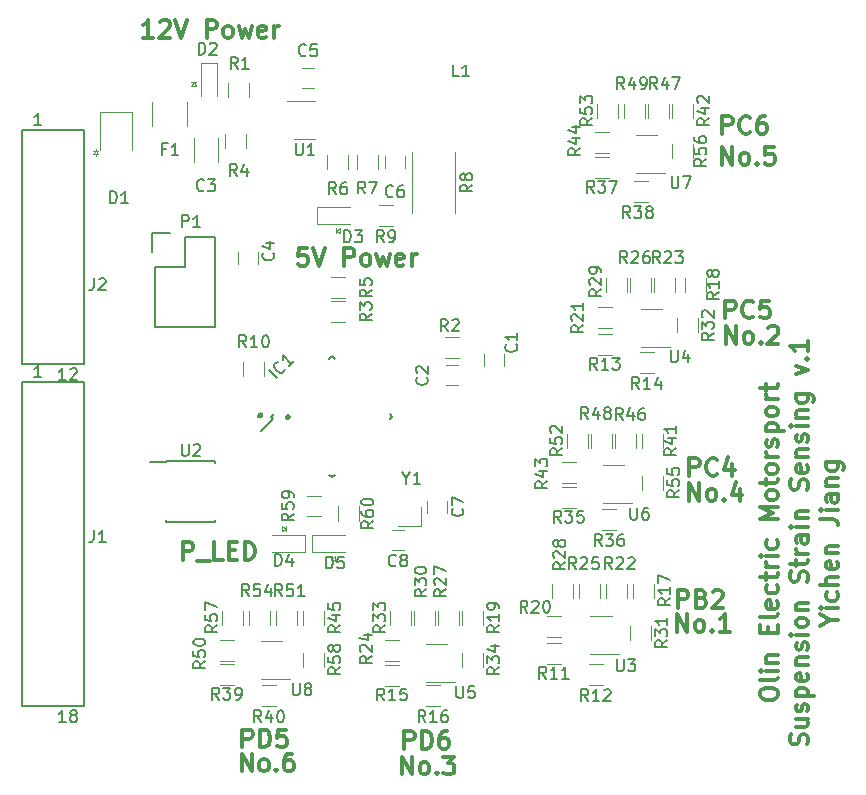
<source format=gbr>
G04 #@! TF.FileFunction,Legend,Top*
%FSLAX46Y46*%
G04 Gerber Fmt 4.6, Leading zero omitted, Abs format (unit mm)*
G04 Created by KiCad (PCBNEW 4.0.7-e2-6376~58~ubuntu16.04.1) date Tue Dec  5 20:34:02 2017*
%MOMM*%
%LPD*%
G01*
G04 APERTURE LIST*
%ADD10C,0.100000*%
%ADD11C,0.300000*%
%ADD12C,0.150000*%
%ADD13C,0.500000*%
%ADD14C,0.120000*%
G04 APERTURE END LIST*
D10*
D11*
X127365500Y-116502571D02*
X127365500Y-115002571D01*
X127936928Y-115002571D01*
X128079786Y-115074000D01*
X128151214Y-115145429D01*
X128222643Y-115288286D01*
X128222643Y-115502571D01*
X128151214Y-115645429D01*
X128079786Y-115716857D01*
X127936928Y-115788286D01*
X127365500Y-115788286D01*
X128508357Y-116645429D02*
X129651214Y-116645429D01*
X130722643Y-116502571D02*
X130008357Y-116502571D01*
X130008357Y-115002571D01*
X131222643Y-115716857D02*
X131722643Y-115716857D01*
X131936929Y-116502571D02*
X131222643Y-116502571D01*
X131222643Y-115002571D01*
X131936929Y-115002571D01*
X132579786Y-116502571D02*
X132579786Y-115002571D01*
X132936929Y-115002571D01*
X133151214Y-115074000D01*
X133294072Y-115216857D01*
X133365500Y-115359714D01*
X133436929Y-115645429D01*
X133436929Y-115859714D01*
X133365500Y-116145429D01*
X133294072Y-116288286D01*
X133151214Y-116431143D01*
X132936929Y-116502571D01*
X132579786Y-116502571D01*
X137870930Y-90110571D02*
X137156644Y-90110571D01*
X137085215Y-90824857D01*
X137156644Y-90753429D01*
X137299501Y-90682000D01*
X137656644Y-90682000D01*
X137799501Y-90753429D01*
X137870930Y-90824857D01*
X137942358Y-90967714D01*
X137942358Y-91324857D01*
X137870930Y-91467714D01*
X137799501Y-91539143D01*
X137656644Y-91610571D01*
X137299501Y-91610571D01*
X137156644Y-91539143D01*
X137085215Y-91467714D01*
X138370929Y-90110571D02*
X138870929Y-91610571D01*
X139370929Y-90110571D01*
X141013786Y-91610571D02*
X141013786Y-90110571D01*
X141585214Y-90110571D01*
X141728072Y-90182000D01*
X141799500Y-90253429D01*
X141870929Y-90396286D01*
X141870929Y-90610571D01*
X141799500Y-90753429D01*
X141728072Y-90824857D01*
X141585214Y-90896286D01*
X141013786Y-90896286D01*
X142728072Y-91610571D02*
X142585214Y-91539143D01*
X142513786Y-91467714D01*
X142442357Y-91324857D01*
X142442357Y-90896286D01*
X142513786Y-90753429D01*
X142585214Y-90682000D01*
X142728072Y-90610571D01*
X142942357Y-90610571D01*
X143085214Y-90682000D01*
X143156643Y-90753429D01*
X143228072Y-90896286D01*
X143228072Y-91324857D01*
X143156643Y-91467714D01*
X143085214Y-91539143D01*
X142942357Y-91610571D01*
X142728072Y-91610571D01*
X143728072Y-90610571D02*
X144013786Y-91610571D01*
X144299500Y-90896286D01*
X144585215Y-91610571D01*
X144870929Y-90610571D01*
X146013786Y-91539143D02*
X145870929Y-91610571D01*
X145585215Y-91610571D01*
X145442358Y-91539143D01*
X145370929Y-91396286D01*
X145370929Y-90824857D01*
X145442358Y-90682000D01*
X145585215Y-90610571D01*
X145870929Y-90610571D01*
X146013786Y-90682000D01*
X146085215Y-90824857D01*
X146085215Y-90967714D01*
X145370929Y-91110571D01*
X146728072Y-91610571D02*
X146728072Y-90610571D01*
X146728072Y-90896286D02*
X146799500Y-90753429D01*
X146870929Y-90682000D01*
X147013786Y-90610571D01*
X147156643Y-90610571D01*
X124845572Y-72306571D02*
X123988429Y-72306571D01*
X124417001Y-72306571D02*
X124417001Y-70806571D01*
X124274144Y-71020857D01*
X124131286Y-71163714D01*
X123988429Y-71235143D01*
X125417000Y-70949429D02*
X125488429Y-70878000D01*
X125631286Y-70806571D01*
X125988429Y-70806571D01*
X126131286Y-70878000D01*
X126202715Y-70949429D01*
X126274143Y-71092286D01*
X126274143Y-71235143D01*
X126202715Y-71449429D01*
X125345572Y-72306571D01*
X126274143Y-72306571D01*
X126702714Y-70806571D02*
X127202714Y-72306571D01*
X127702714Y-70806571D01*
X129345571Y-72306571D02*
X129345571Y-70806571D01*
X129916999Y-70806571D01*
X130059857Y-70878000D01*
X130131285Y-70949429D01*
X130202714Y-71092286D01*
X130202714Y-71306571D01*
X130131285Y-71449429D01*
X130059857Y-71520857D01*
X129916999Y-71592286D01*
X129345571Y-71592286D01*
X131059857Y-72306571D02*
X130916999Y-72235143D01*
X130845571Y-72163714D01*
X130774142Y-72020857D01*
X130774142Y-71592286D01*
X130845571Y-71449429D01*
X130916999Y-71378000D01*
X131059857Y-71306571D01*
X131274142Y-71306571D01*
X131416999Y-71378000D01*
X131488428Y-71449429D01*
X131559857Y-71592286D01*
X131559857Y-72020857D01*
X131488428Y-72163714D01*
X131416999Y-72235143D01*
X131274142Y-72306571D01*
X131059857Y-72306571D01*
X132059857Y-71306571D02*
X132345571Y-72306571D01*
X132631285Y-71592286D01*
X132917000Y-72306571D01*
X133202714Y-71306571D01*
X134345571Y-72235143D02*
X134202714Y-72306571D01*
X133917000Y-72306571D01*
X133774143Y-72235143D01*
X133702714Y-72092286D01*
X133702714Y-71520857D01*
X133774143Y-71378000D01*
X133917000Y-71306571D01*
X134202714Y-71306571D01*
X134345571Y-71378000D01*
X134417000Y-71520857D01*
X134417000Y-71663714D01*
X133702714Y-71806571D01*
X135059857Y-72306571D02*
X135059857Y-71306571D01*
X135059857Y-71592286D02*
X135131285Y-71449429D01*
X135202714Y-71378000D01*
X135345571Y-71306571D01*
X135488428Y-71306571D01*
X132314429Y-134409571D02*
X132314429Y-132909571D01*
X133171572Y-134409571D01*
X133171572Y-132909571D01*
X134100144Y-134409571D02*
X133957286Y-134338143D01*
X133885858Y-134266714D01*
X133814429Y-134123857D01*
X133814429Y-133695286D01*
X133885858Y-133552429D01*
X133957286Y-133481000D01*
X134100144Y-133409571D01*
X134314429Y-133409571D01*
X134457286Y-133481000D01*
X134528715Y-133552429D01*
X134600144Y-133695286D01*
X134600144Y-134123857D01*
X134528715Y-134266714D01*
X134457286Y-134338143D01*
X134314429Y-134409571D01*
X134100144Y-134409571D01*
X135243001Y-134266714D02*
X135314429Y-134338143D01*
X135243001Y-134409571D01*
X135171572Y-134338143D01*
X135243001Y-134266714D01*
X135243001Y-134409571D01*
X136600144Y-132909571D02*
X136314430Y-132909571D01*
X136171573Y-132981000D01*
X136100144Y-133052429D01*
X135957287Y-133266714D01*
X135885858Y-133552429D01*
X135885858Y-134123857D01*
X135957287Y-134266714D01*
X136028715Y-134338143D01*
X136171573Y-134409571D01*
X136457287Y-134409571D01*
X136600144Y-134338143D01*
X136671573Y-134266714D01*
X136743001Y-134123857D01*
X136743001Y-133766714D01*
X136671573Y-133623857D01*
X136600144Y-133552429D01*
X136457287Y-133481000D01*
X136171573Y-133481000D01*
X136028715Y-133552429D01*
X135957287Y-133623857D01*
X135885858Y-133766714D01*
X132381858Y-132377571D02*
X132381858Y-130877571D01*
X132953286Y-130877571D01*
X133096144Y-130949000D01*
X133167572Y-131020429D01*
X133239001Y-131163286D01*
X133239001Y-131377571D01*
X133167572Y-131520429D01*
X133096144Y-131591857D01*
X132953286Y-131663286D01*
X132381858Y-131663286D01*
X133881858Y-132377571D02*
X133881858Y-130877571D01*
X134239001Y-130877571D01*
X134453286Y-130949000D01*
X134596144Y-131091857D01*
X134667572Y-131234714D01*
X134739001Y-131520429D01*
X134739001Y-131734714D01*
X134667572Y-132020429D01*
X134596144Y-132163286D01*
X134453286Y-132306143D01*
X134239001Y-132377571D01*
X133881858Y-132377571D01*
X136096144Y-130877571D02*
X135381858Y-130877571D01*
X135310429Y-131591857D01*
X135381858Y-131520429D01*
X135524715Y-131449000D01*
X135881858Y-131449000D01*
X136024715Y-131520429D01*
X136096144Y-131591857D01*
X136167572Y-131734714D01*
X136167572Y-132091857D01*
X136096144Y-132234714D01*
X136024715Y-132306143D01*
X135881858Y-132377571D01*
X135524715Y-132377571D01*
X135381858Y-132306143D01*
X135310429Y-132234714D01*
X145903429Y-134663571D02*
X145903429Y-133163571D01*
X146760572Y-134663571D01*
X146760572Y-133163571D01*
X147689144Y-134663571D02*
X147546286Y-134592143D01*
X147474858Y-134520714D01*
X147403429Y-134377857D01*
X147403429Y-133949286D01*
X147474858Y-133806429D01*
X147546286Y-133735000D01*
X147689144Y-133663571D01*
X147903429Y-133663571D01*
X148046286Y-133735000D01*
X148117715Y-133806429D01*
X148189144Y-133949286D01*
X148189144Y-134377857D01*
X148117715Y-134520714D01*
X148046286Y-134592143D01*
X147903429Y-134663571D01*
X147689144Y-134663571D01*
X148832001Y-134520714D02*
X148903429Y-134592143D01*
X148832001Y-134663571D01*
X148760572Y-134592143D01*
X148832001Y-134520714D01*
X148832001Y-134663571D01*
X149403430Y-133163571D02*
X150332001Y-133163571D01*
X149832001Y-133735000D01*
X150046287Y-133735000D01*
X150189144Y-133806429D01*
X150260573Y-133877857D01*
X150332001Y-134020714D01*
X150332001Y-134377857D01*
X150260573Y-134520714D01*
X150189144Y-134592143D01*
X150046287Y-134663571D01*
X149617715Y-134663571D01*
X149474858Y-134592143D01*
X149403430Y-134520714D01*
X146097858Y-132504571D02*
X146097858Y-131004571D01*
X146669286Y-131004571D01*
X146812144Y-131076000D01*
X146883572Y-131147429D01*
X146955001Y-131290286D01*
X146955001Y-131504571D01*
X146883572Y-131647429D01*
X146812144Y-131718857D01*
X146669286Y-131790286D01*
X146097858Y-131790286D01*
X147597858Y-132504571D02*
X147597858Y-131004571D01*
X147955001Y-131004571D01*
X148169286Y-131076000D01*
X148312144Y-131218857D01*
X148383572Y-131361714D01*
X148455001Y-131647429D01*
X148455001Y-131861714D01*
X148383572Y-132147429D01*
X148312144Y-132290286D01*
X148169286Y-132433143D01*
X147955001Y-132504571D01*
X147597858Y-132504571D01*
X149740715Y-131004571D02*
X149455001Y-131004571D01*
X149312144Y-131076000D01*
X149240715Y-131147429D01*
X149097858Y-131361714D01*
X149026429Y-131647429D01*
X149026429Y-132218857D01*
X149097858Y-132361714D01*
X149169286Y-132433143D01*
X149312144Y-132504571D01*
X149597858Y-132504571D01*
X149740715Y-132433143D01*
X149812144Y-132361714D01*
X149883572Y-132218857D01*
X149883572Y-131861714D01*
X149812144Y-131718857D01*
X149740715Y-131647429D01*
X149597858Y-131576000D01*
X149312144Y-131576000D01*
X149169286Y-131647429D01*
X149097858Y-131718857D01*
X149026429Y-131861714D01*
X169207929Y-122598571D02*
X169207929Y-121098571D01*
X170065072Y-122598571D01*
X170065072Y-121098571D01*
X170993644Y-122598571D02*
X170850786Y-122527143D01*
X170779358Y-122455714D01*
X170707929Y-122312857D01*
X170707929Y-121884286D01*
X170779358Y-121741429D01*
X170850786Y-121670000D01*
X170993644Y-121598571D01*
X171207929Y-121598571D01*
X171350786Y-121670000D01*
X171422215Y-121741429D01*
X171493644Y-121884286D01*
X171493644Y-122312857D01*
X171422215Y-122455714D01*
X171350786Y-122527143D01*
X171207929Y-122598571D01*
X170993644Y-122598571D01*
X172136501Y-122455714D02*
X172207929Y-122527143D01*
X172136501Y-122598571D01*
X172065072Y-122527143D01*
X172136501Y-122455714D01*
X172136501Y-122598571D01*
X173636501Y-122598571D02*
X172779358Y-122598571D01*
X173207930Y-122598571D02*
X173207930Y-121098571D01*
X173065073Y-121312857D01*
X172922215Y-121455714D01*
X172779358Y-121527143D01*
X169275358Y-120566571D02*
X169275358Y-119066571D01*
X169846786Y-119066571D01*
X169989644Y-119138000D01*
X170061072Y-119209429D01*
X170132501Y-119352286D01*
X170132501Y-119566571D01*
X170061072Y-119709429D01*
X169989644Y-119780857D01*
X169846786Y-119852286D01*
X169275358Y-119852286D01*
X171275358Y-119780857D02*
X171489644Y-119852286D01*
X171561072Y-119923714D01*
X171632501Y-120066571D01*
X171632501Y-120280857D01*
X171561072Y-120423714D01*
X171489644Y-120495143D01*
X171346786Y-120566571D01*
X170775358Y-120566571D01*
X170775358Y-119066571D01*
X171275358Y-119066571D01*
X171418215Y-119138000D01*
X171489644Y-119209429D01*
X171561072Y-119352286D01*
X171561072Y-119495143D01*
X171489644Y-119638000D01*
X171418215Y-119709429D01*
X171275358Y-119780857D01*
X170775358Y-119780857D01*
X172203929Y-119209429D02*
X172275358Y-119138000D01*
X172418215Y-119066571D01*
X172775358Y-119066571D01*
X172918215Y-119138000D01*
X172989644Y-119209429D01*
X173061072Y-119352286D01*
X173061072Y-119495143D01*
X172989644Y-119709429D01*
X172132501Y-120566571D01*
X173061072Y-120566571D01*
X170223929Y-111486071D02*
X170223929Y-109986071D01*
X171081072Y-111486071D01*
X171081072Y-109986071D01*
X172009644Y-111486071D02*
X171866786Y-111414643D01*
X171795358Y-111343214D01*
X171723929Y-111200357D01*
X171723929Y-110771786D01*
X171795358Y-110628929D01*
X171866786Y-110557500D01*
X172009644Y-110486071D01*
X172223929Y-110486071D01*
X172366786Y-110557500D01*
X172438215Y-110628929D01*
X172509644Y-110771786D01*
X172509644Y-111200357D01*
X172438215Y-111343214D01*
X172366786Y-111414643D01*
X172223929Y-111486071D01*
X172009644Y-111486071D01*
X173152501Y-111343214D02*
X173223929Y-111414643D01*
X173152501Y-111486071D01*
X173081072Y-111414643D01*
X173152501Y-111343214D01*
X173152501Y-111486071D01*
X174509644Y-110486071D02*
X174509644Y-111486071D01*
X174152501Y-109914643D02*
X173795358Y-110986071D01*
X174723930Y-110986071D01*
X170227858Y-109390571D02*
X170227858Y-107890571D01*
X170799286Y-107890571D01*
X170942144Y-107962000D01*
X171013572Y-108033429D01*
X171085001Y-108176286D01*
X171085001Y-108390571D01*
X171013572Y-108533429D01*
X170942144Y-108604857D01*
X170799286Y-108676286D01*
X170227858Y-108676286D01*
X172585001Y-109247714D02*
X172513572Y-109319143D01*
X172299286Y-109390571D01*
X172156429Y-109390571D01*
X171942144Y-109319143D01*
X171799286Y-109176286D01*
X171727858Y-109033429D01*
X171656429Y-108747714D01*
X171656429Y-108533429D01*
X171727858Y-108247714D01*
X171799286Y-108104857D01*
X171942144Y-107962000D01*
X172156429Y-107890571D01*
X172299286Y-107890571D01*
X172513572Y-107962000D01*
X172585001Y-108033429D01*
X173870715Y-108390571D02*
X173870715Y-109390571D01*
X173513572Y-107819143D02*
X173156429Y-108890571D01*
X174085001Y-108890571D01*
X173017929Y-83038071D02*
X173017929Y-81538071D01*
X173875072Y-83038071D01*
X173875072Y-81538071D01*
X174803644Y-83038071D02*
X174660786Y-82966643D01*
X174589358Y-82895214D01*
X174517929Y-82752357D01*
X174517929Y-82323786D01*
X174589358Y-82180929D01*
X174660786Y-82109500D01*
X174803644Y-82038071D01*
X175017929Y-82038071D01*
X175160786Y-82109500D01*
X175232215Y-82180929D01*
X175303644Y-82323786D01*
X175303644Y-82752357D01*
X175232215Y-82895214D01*
X175160786Y-82966643D01*
X175017929Y-83038071D01*
X174803644Y-83038071D01*
X175946501Y-82895214D02*
X176017929Y-82966643D01*
X175946501Y-83038071D01*
X175875072Y-82966643D01*
X175946501Y-82895214D01*
X175946501Y-83038071D01*
X177375073Y-81538071D02*
X176660787Y-81538071D01*
X176589358Y-82252357D01*
X176660787Y-82180929D01*
X176803644Y-82109500D01*
X177160787Y-82109500D01*
X177303644Y-82180929D01*
X177375073Y-82252357D01*
X177446501Y-82395214D01*
X177446501Y-82752357D01*
X177375073Y-82895214D01*
X177303644Y-82966643D01*
X177160787Y-83038071D01*
X176803644Y-83038071D01*
X176660787Y-82966643D01*
X176589358Y-82895214D01*
X173335429Y-98214571D02*
X173335429Y-96714571D01*
X174192572Y-98214571D01*
X174192572Y-96714571D01*
X175121144Y-98214571D02*
X174978286Y-98143143D01*
X174906858Y-98071714D01*
X174835429Y-97928857D01*
X174835429Y-97500286D01*
X174906858Y-97357429D01*
X174978286Y-97286000D01*
X175121144Y-97214571D01*
X175335429Y-97214571D01*
X175478286Y-97286000D01*
X175549715Y-97357429D01*
X175621144Y-97500286D01*
X175621144Y-97928857D01*
X175549715Y-98071714D01*
X175478286Y-98143143D01*
X175335429Y-98214571D01*
X175121144Y-98214571D01*
X176264001Y-98071714D02*
X176335429Y-98143143D01*
X176264001Y-98214571D01*
X176192572Y-98143143D01*
X176264001Y-98071714D01*
X176264001Y-98214571D01*
X176906858Y-96857429D02*
X176978287Y-96786000D01*
X177121144Y-96714571D01*
X177478287Y-96714571D01*
X177621144Y-96786000D01*
X177692573Y-96857429D01*
X177764001Y-97000286D01*
X177764001Y-97143143D01*
X177692573Y-97357429D01*
X176835430Y-98214571D01*
X177764001Y-98214571D01*
X173275858Y-96055571D02*
X173275858Y-94555571D01*
X173847286Y-94555571D01*
X173990144Y-94627000D01*
X174061572Y-94698429D01*
X174133001Y-94841286D01*
X174133001Y-95055571D01*
X174061572Y-95198429D01*
X173990144Y-95269857D01*
X173847286Y-95341286D01*
X173275858Y-95341286D01*
X175633001Y-95912714D02*
X175561572Y-95984143D01*
X175347286Y-96055571D01*
X175204429Y-96055571D01*
X174990144Y-95984143D01*
X174847286Y-95841286D01*
X174775858Y-95698429D01*
X174704429Y-95412714D01*
X174704429Y-95198429D01*
X174775858Y-94912714D01*
X174847286Y-94769857D01*
X174990144Y-94627000D01*
X175204429Y-94555571D01*
X175347286Y-94555571D01*
X175561572Y-94627000D01*
X175633001Y-94698429D01*
X176990144Y-94555571D02*
X176275858Y-94555571D01*
X176204429Y-95269857D01*
X176275858Y-95198429D01*
X176418715Y-95127000D01*
X176775858Y-95127000D01*
X176918715Y-95198429D01*
X176990144Y-95269857D01*
X177061572Y-95412714D01*
X177061572Y-95769857D01*
X176990144Y-95912714D01*
X176918715Y-95984143D01*
X176775858Y-96055571D01*
X176418715Y-96055571D01*
X176275858Y-95984143D01*
X176204429Y-95912714D01*
X173021858Y-80434571D02*
X173021858Y-78934571D01*
X173593286Y-78934571D01*
X173736144Y-79006000D01*
X173807572Y-79077429D01*
X173879001Y-79220286D01*
X173879001Y-79434571D01*
X173807572Y-79577429D01*
X173736144Y-79648857D01*
X173593286Y-79720286D01*
X173021858Y-79720286D01*
X175379001Y-80291714D02*
X175307572Y-80363143D01*
X175093286Y-80434571D01*
X174950429Y-80434571D01*
X174736144Y-80363143D01*
X174593286Y-80220286D01*
X174521858Y-80077429D01*
X174450429Y-79791714D01*
X174450429Y-79577429D01*
X174521858Y-79291714D01*
X174593286Y-79148857D01*
X174736144Y-79006000D01*
X174950429Y-78934571D01*
X175093286Y-78934571D01*
X175307572Y-79006000D01*
X175379001Y-79077429D01*
X176664715Y-78934571D02*
X176379001Y-78934571D01*
X176236144Y-79006000D01*
X176164715Y-79077429D01*
X176021858Y-79291714D01*
X175950429Y-79577429D01*
X175950429Y-80148857D01*
X176021858Y-80291714D01*
X176093286Y-80363143D01*
X176236144Y-80434571D01*
X176521858Y-80434571D01*
X176664715Y-80363143D01*
X176736144Y-80291714D01*
X176807572Y-80148857D01*
X176807572Y-79791714D01*
X176736144Y-79648857D01*
X176664715Y-79577429D01*
X176521858Y-79506000D01*
X176236144Y-79506000D01*
X176093286Y-79577429D01*
X176021858Y-79648857D01*
X175950429Y-79791714D01*
X176206571Y-127990571D02*
X176206571Y-127704857D01*
X176278000Y-127561999D01*
X176420857Y-127419142D01*
X176706571Y-127347714D01*
X177206571Y-127347714D01*
X177492286Y-127419142D01*
X177635143Y-127561999D01*
X177706571Y-127704857D01*
X177706571Y-127990571D01*
X177635143Y-128133428D01*
X177492286Y-128276285D01*
X177206571Y-128347714D01*
X176706571Y-128347714D01*
X176420857Y-128276285D01*
X176278000Y-128133428D01*
X176206571Y-127990571D01*
X177706571Y-126490570D02*
X177635143Y-126633428D01*
X177492286Y-126704856D01*
X176206571Y-126704856D01*
X177706571Y-125919142D02*
X176706571Y-125919142D01*
X176206571Y-125919142D02*
X176278000Y-125990571D01*
X176349429Y-125919142D01*
X176278000Y-125847714D01*
X176206571Y-125919142D01*
X176349429Y-125919142D01*
X176706571Y-125204856D02*
X177706571Y-125204856D01*
X176849429Y-125204856D02*
X176778000Y-125133428D01*
X176706571Y-124990570D01*
X176706571Y-124776285D01*
X176778000Y-124633428D01*
X176920857Y-124561999D01*
X177706571Y-124561999D01*
X176920857Y-122704856D02*
X176920857Y-122204856D01*
X177706571Y-121990570D02*
X177706571Y-122704856D01*
X176206571Y-122704856D01*
X176206571Y-121990570D01*
X177706571Y-121133427D02*
X177635143Y-121276285D01*
X177492286Y-121347713D01*
X176206571Y-121347713D01*
X177635143Y-119990571D02*
X177706571Y-120133428D01*
X177706571Y-120419142D01*
X177635143Y-120561999D01*
X177492286Y-120633428D01*
X176920857Y-120633428D01*
X176778000Y-120561999D01*
X176706571Y-120419142D01*
X176706571Y-120133428D01*
X176778000Y-119990571D01*
X176920857Y-119919142D01*
X177063714Y-119919142D01*
X177206571Y-120633428D01*
X177635143Y-118633428D02*
X177706571Y-118776285D01*
X177706571Y-119061999D01*
X177635143Y-119204857D01*
X177563714Y-119276285D01*
X177420857Y-119347714D01*
X176992286Y-119347714D01*
X176849429Y-119276285D01*
X176778000Y-119204857D01*
X176706571Y-119061999D01*
X176706571Y-118776285D01*
X176778000Y-118633428D01*
X176706571Y-118204857D02*
X176706571Y-117633428D01*
X176206571Y-117990571D02*
X177492286Y-117990571D01*
X177635143Y-117919143D01*
X177706571Y-117776285D01*
X177706571Y-117633428D01*
X177706571Y-117133428D02*
X176706571Y-117133428D01*
X176992286Y-117133428D02*
X176849429Y-117062000D01*
X176778000Y-116990571D01*
X176706571Y-116847714D01*
X176706571Y-116704857D01*
X177706571Y-116204857D02*
X176706571Y-116204857D01*
X176206571Y-116204857D02*
X176278000Y-116276286D01*
X176349429Y-116204857D01*
X176278000Y-116133429D01*
X176206571Y-116204857D01*
X176349429Y-116204857D01*
X177635143Y-114847714D02*
X177706571Y-114990571D01*
X177706571Y-115276285D01*
X177635143Y-115419143D01*
X177563714Y-115490571D01*
X177420857Y-115562000D01*
X176992286Y-115562000D01*
X176849429Y-115490571D01*
X176778000Y-115419143D01*
X176706571Y-115276285D01*
X176706571Y-114990571D01*
X176778000Y-114847714D01*
X177706571Y-113062000D02*
X176206571Y-113062000D01*
X177278000Y-112562000D01*
X176206571Y-112062000D01*
X177706571Y-112062000D01*
X177706571Y-111133428D02*
X177635143Y-111276286D01*
X177563714Y-111347714D01*
X177420857Y-111419143D01*
X176992286Y-111419143D01*
X176849429Y-111347714D01*
X176778000Y-111276286D01*
X176706571Y-111133428D01*
X176706571Y-110919143D01*
X176778000Y-110776286D01*
X176849429Y-110704857D01*
X176992286Y-110633428D01*
X177420857Y-110633428D01*
X177563714Y-110704857D01*
X177635143Y-110776286D01*
X177706571Y-110919143D01*
X177706571Y-111133428D01*
X176706571Y-110204857D02*
X176706571Y-109633428D01*
X176206571Y-109990571D02*
X177492286Y-109990571D01*
X177635143Y-109919143D01*
X177706571Y-109776285D01*
X177706571Y-109633428D01*
X177706571Y-108919142D02*
X177635143Y-109062000D01*
X177563714Y-109133428D01*
X177420857Y-109204857D01*
X176992286Y-109204857D01*
X176849429Y-109133428D01*
X176778000Y-109062000D01*
X176706571Y-108919142D01*
X176706571Y-108704857D01*
X176778000Y-108562000D01*
X176849429Y-108490571D01*
X176992286Y-108419142D01*
X177420857Y-108419142D01*
X177563714Y-108490571D01*
X177635143Y-108562000D01*
X177706571Y-108704857D01*
X177706571Y-108919142D01*
X177706571Y-107776285D02*
X176706571Y-107776285D01*
X176992286Y-107776285D02*
X176849429Y-107704857D01*
X176778000Y-107633428D01*
X176706571Y-107490571D01*
X176706571Y-107347714D01*
X177635143Y-106919143D02*
X177706571Y-106776286D01*
X177706571Y-106490571D01*
X177635143Y-106347714D01*
X177492286Y-106276286D01*
X177420857Y-106276286D01*
X177278000Y-106347714D01*
X177206571Y-106490571D01*
X177206571Y-106704857D01*
X177135143Y-106847714D01*
X176992286Y-106919143D01*
X176920857Y-106919143D01*
X176778000Y-106847714D01*
X176706571Y-106704857D01*
X176706571Y-106490571D01*
X176778000Y-106347714D01*
X176706571Y-105633428D02*
X178206571Y-105633428D01*
X176778000Y-105633428D02*
X176706571Y-105490571D01*
X176706571Y-105204857D01*
X176778000Y-105062000D01*
X176849429Y-104990571D01*
X176992286Y-104919142D01*
X177420857Y-104919142D01*
X177563714Y-104990571D01*
X177635143Y-105062000D01*
X177706571Y-105204857D01*
X177706571Y-105490571D01*
X177635143Y-105633428D01*
X177706571Y-104061999D02*
X177635143Y-104204857D01*
X177563714Y-104276285D01*
X177420857Y-104347714D01*
X176992286Y-104347714D01*
X176849429Y-104276285D01*
X176778000Y-104204857D01*
X176706571Y-104061999D01*
X176706571Y-103847714D01*
X176778000Y-103704857D01*
X176849429Y-103633428D01*
X176992286Y-103561999D01*
X177420857Y-103561999D01*
X177563714Y-103633428D01*
X177635143Y-103704857D01*
X177706571Y-103847714D01*
X177706571Y-104061999D01*
X177706571Y-102919142D02*
X176706571Y-102919142D01*
X176992286Y-102919142D02*
X176849429Y-102847714D01*
X176778000Y-102776285D01*
X176706571Y-102633428D01*
X176706571Y-102490571D01*
X176706571Y-102204857D02*
X176706571Y-101633428D01*
X176206571Y-101990571D02*
X177492286Y-101990571D01*
X177635143Y-101919143D01*
X177706571Y-101776285D01*
X177706571Y-101633428D01*
X180185143Y-132133429D02*
X180256571Y-131919143D01*
X180256571Y-131562000D01*
X180185143Y-131419143D01*
X180113714Y-131347714D01*
X179970857Y-131276286D01*
X179828000Y-131276286D01*
X179685143Y-131347714D01*
X179613714Y-131419143D01*
X179542286Y-131562000D01*
X179470857Y-131847714D01*
X179399429Y-131990572D01*
X179328000Y-132062000D01*
X179185143Y-132133429D01*
X179042286Y-132133429D01*
X178899429Y-132062000D01*
X178828000Y-131990572D01*
X178756571Y-131847714D01*
X178756571Y-131490572D01*
X178828000Y-131276286D01*
X179256571Y-129990572D02*
X180256571Y-129990572D01*
X179256571Y-130633429D02*
X180042286Y-130633429D01*
X180185143Y-130562001D01*
X180256571Y-130419143D01*
X180256571Y-130204858D01*
X180185143Y-130062001D01*
X180113714Y-129990572D01*
X180185143Y-129347715D02*
X180256571Y-129204858D01*
X180256571Y-128919143D01*
X180185143Y-128776286D01*
X180042286Y-128704858D01*
X179970857Y-128704858D01*
X179828000Y-128776286D01*
X179756571Y-128919143D01*
X179756571Y-129133429D01*
X179685143Y-129276286D01*
X179542286Y-129347715D01*
X179470857Y-129347715D01*
X179328000Y-129276286D01*
X179256571Y-129133429D01*
X179256571Y-128919143D01*
X179328000Y-128776286D01*
X179256571Y-128062000D02*
X180756571Y-128062000D01*
X179328000Y-128062000D02*
X179256571Y-127919143D01*
X179256571Y-127633429D01*
X179328000Y-127490572D01*
X179399429Y-127419143D01*
X179542286Y-127347714D01*
X179970857Y-127347714D01*
X180113714Y-127419143D01*
X180185143Y-127490572D01*
X180256571Y-127633429D01*
X180256571Y-127919143D01*
X180185143Y-128062000D01*
X180185143Y-126133429D02*
X180256571Y-126276286D01*
X180256571Y-126562000D01*
X180185143Y-126704857D01*
X180042286Y-126776286D01*
X179470857Y-126776286D01*
X179328000Y-126704857D01*
X179256571Y-126562000D01*
X179256571Y-126276286D01*
X179328000Y-126133429D01*
X179470857Y-126062000D01*
X179613714Y-126062000D01*
X179756571Y-126776286D01*
X179256571Y-125419143D02*
X180256571Y-125419143D01*
X179399429Y-125419143D02*
X179328000Y-125347715D01*
X179256571Y-125204857D01*
X179256571Y-124990572D01*
X179328000Y-124847715D01*
X179470857Y-124776286D01*
X180256571Y-124776286D01*
X180185143Y-124133429D02*
X180256571Y-123990572D01*
X180256571Y-123704857D01*
X180185143Y-123562000D01*
X180042286Y-123490572D01*
X179970857Y-123490572D01*
X179828000Y-123562000D01*
X179756571Y-123704857D01*
X179756571Y-123919143D01*
X179685143Y-124062000D01*
X179542286Y-124133429D01*
X179470857Y-124133429D01*
X179328000Y-124062000D01*
X179256571Y-123919143D01*
X179256571Y-123704857D01*
X179328000Y-123562000D01*
X180256571Y-122847714D02*
X179256571Y-122847714D01*
X178756571Y-122847714D02*
X178828000Y-122919143D01*
X178899429Y-122847714D01*
X178828000Y-122776286D01*
X178756571Y-122847714D01*
X178899429Y-122847714D01*
X180256571Y-121919142D02*
X180185143Y-122062000D01*
X180113714Y-122133428D01*
X179970857Y-122204857D01*
X179542286Y-122204857D01*
X179399429Y-122133428D01*
X179328000Y-122062000D01*
X179256571Y-121919142D01*
X179256571Y-121704857D01*
X179328000Y-121562000D01*
X179399429Y-121490571D01*
X179542286Y-121419142D01*
X179970857Y-121419142D01*
X180113714Y-121490571D01*
X180185143Y-121562000D01*
X180256571Y-121704857D01*
X180256571Y-121919142D01*
X179256571Y-120776285D02*
X180256571Y-120776285D01*
X179399429Y-120776285D02*
X179328000Y-120704857D01*
X179256571Y-120561999D01*
X179256571Y-120347714D01*
X179328000Y-120204857D01*
X179470857Y-120133428D01*
X180256571Y-120133428D01*
X180185143Y-118347714D02*
X180256571Y-118133428D01*
X180256571Y-117776285D01*
X180185143Y-117633428D01*
X180113714Y-117561999D01*
X179970857Y-117490571D01*
X179828000Y-117490571D01*
X179685143Y-117561999D01*
X179613714Y-117633428D01*
X179542286Y-117776285D01*
X179470857Y-118061999D01*
X179399429Y-118204857D01*
X179328000Y-118276285D01*
X179185143Y-118347714D01*
X179042286Y-118347714D01*
X178899429Y-118276285D01*
X178828000Y-118204857D01*
X178756571Y-118061999D01*
X178756571Y-117704857D01*
X178828000Y-117490571D01*
X179256571Y-117062000D02*
X179256571Y-116490571D01*
X178756571Y-116847714D02*
X180042286Y-116847714D01*
X180185143Y-116776286D01*
X180256571Y-116633428D01*
X180256571Y-116490571D01*
X180256571Y-115990571D02*
X179256571Y-115990571D01*
X179542286Y-115990571D02*
X179399429Y-115919143D01*
X179328000Y-115847714D01*
X179256571Y-115704857D01*
X179256571Y-115562000D01*
X180256571Y-114419143D02*
X179470857Y-114419143D01*
X179328000Y-114490572D01*
X179256571Y-114633429D01*
X179256571Y-114919143D01*
X179328000Y-115062000D01*
X180185143Y-114419143D02*
X180256571Y-114562000D01*
X180256571Y-114919143D01*
X180185143Y-115062000D01*
X180042286Y-115133429D01*
X179899429Y-115133429D01*
X179756571Y-115062000D01*
X179685143Y-114919143D01*
X179685143Y-114562000D01*
X179613714Y-114419143D01*
X180256571Y-113704857D02*
X179256571Y-113704857D01*
X178756571Y-113704857D02*
X178828000Y-113776286D01*
X178899429Y-113704857D01*
X178828000Y-113633429D01*
X178756571Y-113704857D01*
X178899429Y-113704857D01*
X179256571Y-112990571D02*
X180256571Y-112990571D01*
X179399429Y-112990571D02*
X179328000Y-112919143D01*
X179256571Y-112776285D01*
X179256571Y-112562000D01*
X179328000Y-112419143D01*
X179470857Y-112347714D01*
X180256571Y-112347714D01*
X180185143Y-110562000D02*
X180256571Y-110347714D01*
X180256571Y-109990571D01*
X180185143Y-109847714D01*
X180113714Y-109776285D01*
X179970857Y-109704857D01*
X179828000Y-109704857D01*
X179685143Y-109776285D01*
X179613714Y-109847714D01*
X179542286Y-109990571D01*
X179470857Y-110276285D01*
X179399429Y-110419143D01*
X179328000Y-110490571D01*
X179185143Y-110562000D01*
X179042286Y-110562000D01*
X178899429Y-110490571D01*
X178828000Y-110419143D01*
X178756571Y-110276285D01*
X178756571Y-109919143D01*
X178828000Y-109704857D01*
X180185143Y-108490572D02*
X180256571Y-108633429D01*
X180256571Y-108919143D01*
X180185143Y-109062000D01*
X180042286Y-109133429D01*
X179470857Y-109133429D01*
X179328000Y-109062000D01*
X179256571Y-108919143D01*
X179256571Y-108633429D01*
X179328000Y-108490572D01*
X179470857Y-108419143D01*
X179613714Y-108419143D01*
X179756571Y-109133429D01*
X179256571Y-107776286D02*
X180256571Y-107776286D01*
X179399429Y-107776286D02*
X179328000Y-107704858D01*
X179256571Y-107562000D01*
X179256571Y-107347715D01*
X179328000Y-107204858D01*
X179470857Y-107133429D01*
X180256571Y-107133429D01*
X180185143Y-106490572D02*
X180256571Y-106347715D01*
X180256571Y-106062000D01*
X180185143Y-105919143D01*
X180042286Y-105847715D01*
X179970857Y-105847715D01*
X179828000Y-105919143D01*
X179756571Y-106062000D01*
X179756571Y-106276286D01*
X179685143Y-106419143D01*
X179542286Y-106490572D01*
X179470857Y-106490572D01*
X179328000Y-106419143D01*
X179256571Y-106276286D01*
X179256571Y-106062000D01*
X179328000Y-105919143D01*
X180256571Y-105204857D02*
X179256571Y-105204857D01*
X178756571Y-105204857D02*
X178828000Y-105276286D01*
X178899429Y-105204857D01*
X178828000Y-105133429D01*
X178756571Y-105204857D01*
X178899429Y-105204857D01*
X179256571Y-104490571D02*
X180256571Y-104490571D01*
X179399429Y-104490571D02*
X179328000Y-104419143D01*
X179256571Y-104276285D01*
X179256571Y-104062000D01*
X179328000Y-103919143D01*
X179470857Y-103847714D01*
X180256571Y-103847714D01*
X179256571Y-102490571D02*
X180470857Y-102490571D01*
X180613714Y-102562000D01*
X180685143Y-102633428D01*
X180756571Y-102776285D01*
X180756571Y-102990571D01*
X180685143Y-103133428D01*
X180185143Y-102490571D02*
X180256571Y-102633428D01*
X180256571Y-102919142D01*
X180185143Y-103062000D01*
X180113714Y-103133428D01*
X179970857Y-103204857D01*
X179542286Y-103204857D01*
X179399429Y-103133428D01*
X179328000Y-103062000D01*
X179256571Y-102919142D01*
X179256571Y-102633428D01*
X179328000Y-102490571D01*
X179256571Y-100776285D02*
X180256571Y-100419142D01*
X179256571Y-100062000D01*
X180113714Y-99490571D02*
X180185143Y-99419143D01*
X180256571Y-99490571D01*
X180185143Y-99562000D01*
X180113714Y-99490571D01*
X180256571Y-99490571D01*
X180256571Y-97990571D02*
X180256571Y-98847714D01*
X180256571Y-98419142D02*
X178756571Y-98419142D01*
X178970857Y-98561999D01*
X179113714Y-98704857D01*
X179185143Y-98847714D01*
X182092286Y-121597714D02*
X182806571Y-121597714D01*
X181306571Y-122097714D02*
X182092286Y-121597714D01*
X181306571Y-121097714D01*
X182806571Y-120597714D02*
X181806571Y-120597714D01*
X181306571Y-120597714D02*
X181378000Y-120669143D01*
X181449429Y-120597714D01*
X181378000Y-120526286D01*
X181306571Y-120597714D01*
X181449429Y-120597714D01*
X182735143Y-119240571D02*
X182806571Y-119383428D01*
X182806571Y-119669142D01*
X182735143Y-119812000D01*
X182663714Y-119883428D01*
X182520857Y-119954857D01*
X182092286Y-119954857D01*
X181949429Y-119883428D01*
X181878000Y-119812000D01*
X181806571Y-119669142D01*
X181806571Y-119383428D01*
X181878000Y-119240571D01*
X182806571Y-118597714D02*
X181306571Y-118597714D01*
X182806571Y-117954857D02*
X182020857Y-117954857D01*
X181878000Y-118026286D01*
X181806571Y-118169143D01*
X181806571Y-118383428D01*
X181878000Y-118526286D01*
X181949429Y-118597714D01*
X182735143Y-116669143D02*
X182806571Y-116812000D01*
X182806571Y-117097714D01*
X182735143Y-117240571D01*
X182592286Y-117312000D01*
X182020857Y-117312000D01*
X181878000Y-117240571D01*
X181806571Y-117097714D01*
X181806571Y-116812000D01*
X181878000Y-116669143D01*
X182020857Y-116597714D01*
X182163714Y-116597714D01*
X182306571Y-117312000D01*
X181806571Y-115954857D02*
X182806571Y-115954857D01*
X181949429Y-115954857D02*
X181878000Y-115883429D01*
X181806571Y-115740571D01*
X181806571Y-115526286D01*
X181878000Y-115383429D01*
X182020857Y-115312000D01*
X182806571Y-115312000D01*
X181306571Y-113026286D02*
X182378000Y-113026286D01*
X182592286Y-113097714D01*
X182735143Y-113240571D01*
X182806571Y-113454857D01*
X182806571Y-113597714D01*
X182806571Y-112312000D02*
X181806571Y-112312000D01*
X181306571Y-112312000D02*
X181378000Y-112383429D01*
X181449429Y-112312000D01*
X181378000Y-112240572D01*
X181306571Y-112312000D01*
X181449429Y-112312000D01*
X182806571Y-110954857D02*
X182020857Y-110954857D01*
X181878000Y-111026286D01*
X181806571Y-111169143D01*
X181806571Y-111454857D01*
X181878000Y-111597714D01*
X182735143Y-110954857D02*
X182806571Y-111097714D01*
X182806571Y-111454857D01*
X182735143Y-111597714D01*
X182592286Y-111669143D01*
X182449429Y-111669143D01*
X182306571Y-111597714D01*
X182235143Y-111454857D01*
X182235143Y-111097714D01*
X182163714Y-110954857D01*
X181806571Y-110240571D02*
X182806571Y-110240571D01*
X181949429Y-110240571D02*
X181878000Y-110169143D01*
X181806571Y-110026285D01*
X181806571Y-109812000D01*
X181878000Y-109669143D01*
X182020857Y-109597714D01*
X182806571Y-109597714D01*
X181806571Y-108240571D02*
X183020857Y-108240571D01*
X183163714Y-108312000D01*
X183235143Y-108383428D01*
X183306571Y-108526285D01*
X183306571Y-108740571D01*
X183235143Y-108883428D01*
X182735143Y-108240571D02*
X182806571Y-108383428D01*
X182806571Y-108669142D01*
X182735143Y-108812000D01*
X182663714Y-108883428D01*
X182520857Y-108954857D01*
X182092286Y-108954857D01*
X181949429Y-108883428D01*
X181878000Y-108812000D01*
X181806571Y-108669142D01*
X181806571Y-108383428D01*
X181878000Y-108240571D01*
D12*
X125941000Y-108169000D02*
X125941000Y-108219000D01*
X130091000Y-108169000D02*
X130091000Y-108314000D01*
X130091000Y-113319000D02*
X130091000Y-113174000D01*
X125941000Y-113319000D02*
X125941000Y-113174000D01*
X125941000Y-108169000D02*
X130091000Y-108169000D01*
X125941000Y-113319000D02*
X130091000Y-113319000D01*
X125941000Y-108219000D02*
X124541000Y-108219000D01*
D13*
X136251054Y-104411961D02*
G75*
G03X136251054Y-104411961I-50801J0D01*
G01*
X133916186Y-104268276D02*
G75*
G03X133916186Y-104268276I-50800J0D01*
G01*
D12*
X134827476Y-104394000D02*
X134986575Y-104553099D01*
X139954000Y-99267476D02*
X140183810Y-99497286D01*
X145080524Y-104394000D02*
X144850714Y-104164190D01*
X139954000Y-109520524D02*
X139724190Y-109290714D01*
X134827476Y-104394000D02*
X135057286Y-104164190D01*
X139954000Y-109520524D02*
X140183810Y-109290714D01*
X145080524Y-104394000D02*
X144850714Y-104623810D01*
X139954000Y-99267476D02*
X139724190Y-99497286D01*
X134986575Y-104553099D02*
X133978948Y-105560726D01*
D14*
X136768000Y-80858000D02*
X138568000Y-80858000D01*
X138568000Y-77638000D02*
X136118000Y-77638000D01*
X154520000Y-100068000D02*
X154520000Y-99068000D01*
X152820000Y-99068000D02*
X152820000Y-100068000D01*
X150614000Y-99988000D02*
X149614000Y-99988000D01*
X149614000Y-101688000D02*
X150614000Y-101688000D01*
X130306000Y-82788000D02*
X130306000Y-80788000D01*
X128266000Y-80788000D02*
X128266000Y-82788000D01*
X133692000Y-91432000D02*
X133692000Y-90432000D01*
X131992000Y-90432000D02*
X131992000Y-91432000D01*
X137422000Y-76542000D02*
X138422000Y-76542000D01*
X138422000Y-74842000D02*
X137422000Y-74842000D01*
X146138000Y-83304000D02*
X146138000Y-82304000D01*
X144438000Y-82304000D02*
X144438000Y-83304000D01*
X149694000Y-112514000D02*
X149694000Y-111514000D01*
X147994000Y-111514000D02*
X147994000Y-112514000D01*
X146042000Y-113958000D02*
X145042000Y-113958000D01*
X145042000Y-115658000D02*
X146042000Y-115658000D01*
X122999500Y-78613000D02*
X120332500Y-78613000D01*
D10*
X119970000Y-82172000D02*
X119970000Y-82322000D01*
X120170000Y-82172000D02*
X119970000Y-81872000D01*
X119770000Y-82172000D02*
X120170000Y-82172000D01*
X119970000Y-81872000D02*
X119770000Y-82172000D01*
X119970000Y-81872000D02*
X119970000Y-81722000D01*
X119770000Y-81872000D02*
X120170000Y-81872000D01*
D14*
X120332500Y-78613000D02*
X120332500Y-81788000D01*
X122999500Y-78613000D02*
X122999500Y-81788000D01*
X130240000Y-74400000D02*
X128840000Y-74400000D01*
D10*
X128470000Y-76054000D02*
X128070000Y-76054000D01*
X128270000Y-76054000D02*
X128470000Y-76354000D01*
X128070000Y-76354000D02*
X128270000Y-76054000D01*
X128470000Y-76354000D02*
X128070000Y-76354000D01*
D14*
X128840000Y-74400000D02*
X128840000Y-77200000D01*
X130240000Y-74400000D02*
X130240000Y-77200000D01*
X138662000Y-86676000D02*
X138662000Y-88076000D01*
D10*
X140316000Y-88446000D02*
X140316000Y-88846000D01*
X140316000Y-88646000D02*
X140616000Y-88446000D01*
X140616000Y-88846000D02*
X140316000Y-88646000D01*
X140616000Y-88446000D02*
X140616000Y-88846000D01*
D14*
X138662000Y-88076000D02*
X141462000Y-88076000D01*
X138662000Y-86676000D02*
X141462000Y-86676000D01*
X124758000Y-79740000D02*
X124758000Y-77740000D01*
X127718000Y-77740000D02*
X127718000Y-79740000D01*
D12*
X113682000Y-128924000D02*
X118982000Y-128924000D01*
X113682000Y-101454000D02*
X118982000Y-101454000D01*
X113682000Y-128924000D02*
X113682000Y-101454000D01*
X118982000Y-128924000D02*
X118982000Y-101454000D01*
X113682000Y-99968000D02*
X118982000Y-99968000D01*
X113682000Y-80118000D02*
X118982000Y-80118000D01*
X113682000Y-99968000D02*
X113682000Y-80118000D01*
X118982000Y-99968000D02*
X118982000Y-80118000D01*
X124968000Y-91694000D02*
X124968000Y-96774000D01*
X124688000Y-88874000D02*
X126238000Y-88874000D01*
X127508000Y-89154000D02*
X127508000Y-91694000D01*
X127508000Y-91694000D02*
X124968000Y-91694000D01*
X124968000Y-96774000D02*
X130048000Y-96774000D01*
X130048000Y-96774000D02*
X130048000Y-91694000D01*
X124688000Y-88874000D02*
X124688000Y-90424000D01*
X130048000Y-89154000D02*
X127508000Y-89154000D01*
X130048000Y-91694000D02*
X130048000Y-89154000D01*
D14*
X132960000Y-76108000D02*
X132960000Y-77308000D01*
X131200000Y-77308000D02*
X131200000Y-76108000D01*
X149514000Y-97672000D02*
X150714000Y-97672000D01*
X150714000Y-99432000D02*
X149514000Y-99432000D01*
X141062000Y-96384000D02*
X139862000Y-96384000D01*
X139862000Y-94624000D02*
X141062000Y-94624000D01*
X130946000Y-81626000D02*
X130946000Y-80426000D01*
X132706000Y-80426000D02*
X132706000Y-81626000D01*
X141062000Y-94352000D02*
X139862000Y-94352000D01*
X139862000Y-92592000D02*
X141062000Y-92592000D01*
X139582000Y-83404000D02*
X139582000Y-82204000D01*
X141342000Y-82204000D02*
X141342000Y-83404000D01*
X142122000Y-83404000D02*
X142122000Y-82204000D01*
X143882000Y-82204000D02*
X143882000Y-83404000D01*
X150410000Y-81982000D02*
X150410000Y-87182000D01*
X146770000Y-87182000D02*
X146770000Y-81982000D01*
X143926000Y-86496000D02*
X145126000Y-86496000D01*
X145126000Y-88256000D02*
X143926000Y-88256000D01*
X132470000Y-100930000D02*
X132470000Y-99730000D01*
X134230000Y-99730000D02*
X134230000Y-100930000D01*
X158150000Y-123580000D02*
X159350000Y-123580000D01*
X159350000Y-125340000D02*
X158150000Y-125340000D01*
X162906000Y-127118000D02*
X161706000Y-127118000D01*
X161706000Y-125358000D02*
X162906000Y-125358000D01*
X162468000Y-97418000D02*
X163668000Y-97418000D01*
X163668000Y-99178000D02*
X162468000Y-99178000D01*
X167224000Y-100702000D02*
X166024000Y-100702000D01*
X166024000Y-98942000D02*
X167224000Y-98942000D01*
X144434000Y-125421500D02*
X145634000Y-125421500D01*
X145634000Y-127181500D02*
X144434000Y-127181500D01*
X149126500Y-128896000D02*
X147926500Y-128896000D01*
X147926500Y-127136000D02*
X149126500Y-127136000D01*
X167250000Y-118526000D02*
X167250000Y-119726000D01*
X165490000Y-119726000D02*
X165490000Y-118526000D01*
X171631500Y-92618000D02*
X171631500Y-93818000D01*
X169871500Y-93818000D02*
X169871500Y-92618000D01*
X152772000Y-120812000D02*
X152772000Y-122012000D01*
X151012000Y-122012000D02*
X151012000Y-120812000D01*
X158150000Y-121294000D02*
X159350000Y-121294000D01*
X159350000Y-123054000D02*
X158150000Y-123054000D01*
X162468000Y-95132000D02*
X163668000Y-95132000D01*
X163668000Y-96892000D02*
X162468000Y-96892000D01*
X164964000Y-118526000D02*
X164964000Y-119726000D01*
X163204000Y-119726000D02*
X163204000Y-118526000D01*
X169028000Y-92618000D02*
X169028000Y-93818000D01*
X167268000Y-93818000D02*
X167268000Y-92618000D01*
X144482500Y-123277000D02*
X145682500Y-123277000D01*
X145682500Y-125037000D02*
X144482500Y-125037000D01*
X162678000Y-118526000D02*
X162678000Y-119726000D01*
X160918000Y-119726000D02*
X160918000Y-118526000D01*
X166996000Y-92618000D02*
X166996000Y-93818000D01*
X165236000Y-93818000D02*
X165236000Y-92618000D01*
X150740000Y-120812000D02*
X150740000Y-122012000D01*
X148980000Y-122012000D02*
X148980000Y-120812000D01*
X158632000Y-119726000D02*
X158632000Y-118526000D01*
X160392000Y-118526000D02*
X160392000Y-119726000D01*
X163204000Y-93818000D02*
X163204000Y-92618000D01*
X164964000Y-92618000D02*
X164964000Y-93818000D01*
X148708000Y-120812000D02*
X148708000Y-122012000D01*
X146948000Y-122012000D02*
X146948000Y-120812000D01*
X166996000Y-122082000D02*
X166996000Y-123282000D01*
X165236000Y-123282000D02*
X165236000Y-122082000D01*
X170924500Y-96044500D02*
X170924500Y-97244500D01*
X169164500Y-97244500D02*
X169164500Y-96044500D01*
X144916000Y-122012000D02*
X144916000Y-120812000D01*
X146676000Y-120812000D02*
X146676000Y-122012000D01*
X152772000Y-124368000D02*
X152772000Y-125568000D01*
X151012000Y-125568000D02*
X151012000Y-124368000D01*
X159420000Y-110372000D02*
X160620000Y-110372000D01*
X160620000Y-112132000D02*
X159420000Y-112132000D01*
X164049000Y-113973500D02*
X162849000Y-113973500D01*
X162849000Y-112213500D02*
X164049000Y-112213500D01*
X162214000Y-82432000D02*
X163414000Y-82432000D01*
X163414000Y-84192000D02*
X162214000Y-84192000D01*
X166716000Y-86224000D02*
X165516000Y-86224000D01*
X165516000Y-84464000D02*
X166716000Y-84464000D01*
X130464000Y-125358000D02*
X131664000Y-125358000D01*
X131664000Y-127118000D02*
X130464000Y-127118000D01*
X135220000Y-128896000D02*
X134020000Y-128896000D01*
X134020000Y-127136000D02*
X135220000Y-127136000D01*
X168012000Y-105826000D02*
X168012000Y-107026000D01*
X166252000Y-107026000D02*
X166252000Y-105826000D01*
X170552000Y-77886000D02*
X170552000Y-79086000D01*
X168792000Y-79086000D02*
X168792000Y-77886000D01*
X159421500Y-108205000D02*
X160621500Y-108205000D01*
X160621500Y-109965000D02*
X159421500Y-109965000D01*
X162215500Y-80265000D02*
X163415500Y-80265000D01*
X163415500Y-82025000D02*
X162215500Y-82025000D01*
X139310000Y-120812000D02*
X139310000Y-122012000D01*
X137550000Y-122012000D02*
X137550000Y-120812000D01*
X165726000Y-105826000D02*
X165726000Y-107026000D01*
X163966000Y-107026000D02*
X163966000Y-105826000D01*
X168520000Y-77886000D02*
X168520000Y-79086000D01*
X166760000Y-79086000D02*
X166760000Y-77886000D01*
X163694000Y-105826000D02*
X163694000Y-107026000D01*
X161934000Y-107026000D02*
X161934000Y-105826000D01*
X166488000Y-77886000D02*
X166488000Y-79086000D01*
X164728000Y-79086000D02*
X164728000Y-77886000D01*
X130464000Y-123326000D02*
X131664000Y-123326000D01*
X131664000Y-125086000D02*
X130464000Y-125086000D01*
X137024000Y-120812000D02*
X137024000Y-122012000D01*
X135264000Y-122012000D02*
X135264000Y-120812000D01*
X159902000Y-107026000D02*
X159902000Y-105826000D01*
X161662000Y-105826000D02*
X161662000Y-107026000D01*
X162442000Y-79086000D02*
X162442000Y-77886000D01*
X164202000Y-77886000D02*
X164202000Y-79086000D01*
X134738000Y-120812000D02*
X134738000Y-122012000D01*
X132978000Y-122012000D02*
X132978000Y-120812000D01*
X168012000Y-109382000D02*
X168012000Y-110582000D01*
X166252000Y-110582000D02*
X166252000Y-109382000D01*
X170553500Y-81307000D02*
X170553500Y-82507000D01*
X168793500Y-82507000D02*
X168793500Y-81307000D01*
X130692000Y-122012000D02*
X130692000Y-120812000D01*
X132452000Y-120812000D02*
X132452000Y-122012000D01*
X139310000Y-124368000D02*
X139310000Y-125568000D01*
X137550000Y-125568000D02*
X137550000Y-124368000D01*
X163644000Y-121258000D02*
X161844000Y-121258000D01*
X161844000Y-124478000D02*
X164294000Y-124478000D01*
X167896500Y-95288500D02*
X166096500Y-95288500D01*
X166096500Y-98508500D02*
X168546500Y-98508500D01*
X149744000Y-123612000D02*
X147944000Y-123612000D01*
X147944000Y-126832000D02*
X150394000Y-126832000D01*
X164731500Y-108491000D02*
X162931500Y-108491000D01*
X162931500Y-111711000D02*
X165381500Y-111711000D01*
X167525500Y-80551000D02*
X165725500Y-80551000D01*
X165725500Y-83771000D02*
X168175500Y-83771000D01*
X135774000Y-123358000D02*
X133974000Y-123358000D01*
X133974000Y-126578000D02*
X136424000Y-126578000D01*
D10*
X147542000Y-113614000D02*
X145542000Y-113614000D01*
X147542000Y-113614000D02*
X147542000Y-112014000D01*
D14*
X137690000Y-115828000D02*
X137690000Y-114428000D01*
D10*
X136036000Y-114058000D02*
X136036000Y-113658000D01*
X136036000Y-113858000D02*
X135736000Y-114058000D01*
X135736000Y-113658000D02*
X136036000Y-113858000D01*
X135736000Y-114058000D02*
X135736000Y-113658000D01*
D14*
X137690000Y-114428000D02*
X134890000Y-114428000D01*
X137690000Y-115828000D02*
X134890000Y-115828000D01*
X138281000Y-114428000D02*
X138281000Y-115828000D01*
D10*
X139935000Y-116198000D02*
X139935000Y-116598000D01*
X139935000Y-116398000D02*
X140235000Y-116198000D01*
X140235000Y-116598000D02*
X139935000Y-116398000D01*
X140235000Y-116198000D02*
X140235000Y-116598000D01*
D14*
X138281000Y-115828000D02*
X141081000Y-115828000D01*
X138281000Y-114428000D02*
X141081000Y-114428000D01*
X137830000Y-111073000D02*
X139030000Y-111073000D01*
X139030000Y-112833000D02*
X137830000Y-112833000D01*
X140471000Y-113188000D02*
X140471000Y-111988000D01*
X142231000Y-111988000D02*
X142231000Y-113188000D01*
D12*
X127254095Y-106696381D02*
X127254095Y-107505905D01*
X127301714Y-107601143D01*
X127349333Y-107648762D01*
X127444571Y-107696381D01*
X127635048Y-107696381D01*
X127730286Y-107648762D01*
X127777905Y-107601143D01*
X127825524Y-107505905D01*
X127825524Y-106696381D01*
X128254095Y-106791619D02*
X128301714Y-106744000D01*
X128396952Y-106696381D01*
X128635048Y-106696381D01*
X128730286Y-106744000D01*
X128777905Y-106791619D01*
X128825524Y-106886857D01*
X128825524Y-106982095D01*
X128777905Y-107124952D01*
X128206476Y-107696381D01*
X128825524Y-107696381D01*
X135305615Y-101126156D02*
X134598508Y-100419049D01*
X135979050Y-100318034D02*
X135979050Y-100385378D01*
X135911707Y-100520065D01*
X135844363Y-100587408D01*
X135709676Y-100654752D01*
X135574989Y-100654752D01*
X135473974Y-100621080D01*
X135305615Y-100520065D01*
X135204599Y-100419049D01*
X135103584Y-100250691D01*
X135069912Y-100149676D01*
X135069912Y-100014989D01*
X135137257Y-99880301D01*
X135204600Y-99812958D01*
X135339287Y-99745614D01*
X135406630Y-99745614D01*
X136719829Y-99711943D02*
X136315767Y-100116004D01*
X136517798Y-99913974D02*
X135810691Y-99206867D01*
X135844363Y-99375226D01*
X135844363Y-99509912D01*
X135810691Y-99610928D01*
X136906095Y-81240381D02*
X136906095Y-82049905D01*
X136953714Y-82145143D01*
X137001333Y-82192762D01*
X137096571Y-82240381D01*
X137287048Y-82240381D01*
X137382286Y-82192762D01*
X137429905Y-82145143D01*
X137477524Y-82049905D01*
X137477524Y-81240381D01*
X138477524Y-82240381D02*
X137906095Y-82240381D01*
X138191809Y-82240381D02*
X138191809Y-81240381D01*
X138096571Y-81383238D01*
X138001333Y-81478476D01*
X137906095Y-81526095D01*
X155551143Y-98274166D02*
X155598762Y-98321785D01*
X155646381Y-98464642D01*
X155646381Y-98559880D01*
X155598762Y-98702738D01*
X155503524Y-98797976D01*
X155408286Y-98845595D01*
X155217810Y-98893214D01*
X155074952Y-98893214D01*
X154884476Y-98845595D01*
X154789238Y-98797976D01*
X154694000Y-98702738D01*
X154646381Y-98559880D01*
X154646381Y-98464642D01*
X154694000Y-98321785D01*
X154741619Y-98274166D01*
X155646381Y-97321785D02*
X155646381Y-97893214D01*
X155646381Y-97607500D02*
X154646381Y-97607500D01*
X154789238Y-97702738D01*
X154884476Y-97797976D01*
X154932095Y-97893214D01*
X147994643Y-101068166D02*
X148042262Y-101115785D01*
X148089881Y-101258642D01*
X148089881Y-101353880D01*
X148042262Y-101496738D01*
X147947024Y-101591976D01*
X147851786Y-101639595D01*
X147661310Y-101687214D01*
X147518452Y-101687214D01*
X147327976Y-101639595D01*
X147232738Y-101591976D01*
X147137500Y-101496738D01*
X147089881Y-101353880D01*
X147089881Y-101258642D01*
X147137500Y-101115785D01*
X147185119Y-101068166D01*
X147185119Y-100687214D02*
X147137500Y-100639595D01*
X147089881Y-100544357D01*
X147089881Y-100306261D01*
X147137500Y-100211023D01*
X147185119Y-100163404D01*
X147280357Y-100115785D01*
X147375595Y-100115785D01*
X147518452Y-100163404D01*
X148089881Y-100734833D01*
X148089881Y-100115785D01*
X129119334Y-85193143D02*
X129071715Y-85240762D01*
X128928858Y-85288381D01*
X128833620Y-85288381D01*
X128690762Y-85240762D01*
X128595524Y-85145524D01*
X128547905Y-85050286D01*
X128500286Y-84859810D01*
X128500286Y-84716952D01*
X128547905Y-84526476D01*
X128595524Y-84431238D01*
X128690762Y-84336000D01*
X128833620Y-84288381D01*
X128928858Y-84288381D01*
X129071715Y-84336000D01*
X129119334Y-84383619D01*
X129452667Y-84288381D02*
X130071715Y-84288381D01*
X129738381Y-84669333D01*
X129881239Y-84669333D01*
X129976477Y-84716952D01*
X130024096Y-84764571D01*
X130071715Y-84859810D01*
X130071715Y-85097905D01*
X130024096Y-85193143D01*
X129976477Y-85240762D01*
X129881239Y-85288381D01*
X129595524Y-85288381D01*
X129500286Y-85240762D01*
X129452667Y-85193143D01*
X134977143Y-90529666D02*
X135024762Y-90577285D01*
X135072381Y-90720142D01*
X135072381Y-90815380D01*
X135024762Y-90958238D01*
X134929524Y-91053476D01*
X134834286Y-91101095D01*
X134643810Y-91148714D01*
X134500952Y-91148714D01*
X134310476Y-91101095D01*
X134215238Y-91053476D01*
X134120000Y-90958238D01*
X134072381Y-90815380D01*
X134072381Y-90720142D01*
X134120000Y-90577285D01*
X134167619Y-90529666D01*
X134405714Y-89672523D02*
X135072381Y-89672523D01*
X134024762Y-89910619D02*
X134739048Y-90148714D01*
X134739048Y-89529666D01*
X137755334Y-73763143D02*
X137707715Y-73810762D01*
X137564858Y-73858381D01*
X137469620Y-73858381D01*
X137326762Y-73810762D01*
X137231524Y-73715524D01*
X137183905Y-73620286D01*
X137136286Y-73429810D01*
X137136286Y-73286952D01*
X137183905Y-73096476D01*
X137231524Y-73001238D01*
X137326762Y-72906000D01*
X137469620Y-72858381D01*
X137564858Y-72858381D01*
X137707715Y-72906000D01*
X137755334Y-72953619D01*
X138660096Y-72858381D02*
X138183905Y-72858381D01*
X138136286Y-73334571D01*
X138183905Y-73286952D01*
X138279143Y-73239333D01*
X138517239Y-73239333D01*
X138612477Y-73286952D01*
X138660096Y-73334571D01*
X138707715Y-73429810D01*
X138707715Y-73667905D01*
X138660096Y-73763143D01*
X138612477Y-73810762D01*
X138517239Y-73858381D01*
X138279143Y-73858381D01*
X138183905Y-73810762D01*
X138136286Y-73763143D01*
X145121334Y-85701143D02*
X145073715Y-85748762D01*
X144930858Y-85796381D01*
X144835620Y-85796381D01*
X144692762Y-85748762D01*
X144597524Y-85653524D01*
X144549905Y-85558286D01*
X144502286Y-85367810D01*
X144502286Y-85224952D01*
X144549905Y-85034476D01*
X144597524Y-84939238D01*
X144692762Y-84844000D01*
X144835620Y-84796381D01*
X144930858Y-84796381D01*
X145073715Y-84844000D01*
X145121334Y-84891619D01*
X145978477Y-84796381D02*
X145788000Y-84796381D01*
X145692762Y-84844000D01*
X145645143Y-84891619D01*
X145549905Y-85034476D01*
X145502286Y-85224952D01*
X145502286Y-85605905D01*
X145549905Y-85701143D01*
X145597524Y-85748762D01*
X145692762Y-85796381D01*
X145883239Y-85796381D01*
X145978477Y-85748762D01*
X146026096Y-85701143D01*
X146073715Y-85605905D01*
X146073715Y-85367810D01*
X146026096Y-85272571D01*
X145978477Y-85224952D01*
X145883239Y-85177333D01*
X145692762Y-85177333D01*
X145597524Y-85224952D01*
X145549905Y-85272571D01*
X145502286Y-85367810D01*
X151001143Y-112180666D02*
X151048762Y-112228285D01*
X151096381Y-112371142D01*
X151096381Y-112466380D01*
X151048762Y-112609238D01*
X150953524Y-112704476D01*
X150858286Y-112752095D01*
X150667810Y-112799714D01*
X150524952Y-112799714D01*
X150334476Y-112752095D01*
X150239238Y-112704476D01*
X150144000Y-112609238D01*
X150096381Y-112466380D01*
X150096381Y-112371142D01*
X150144000Y-112228285D01*
X150191619Y-112180666D01*
X150096381Y-111847333D02*
X150096381Y-111180666D01*
X151096381Y-111609238D01*
X145375334Y-116965143D02*
X145327715Y-117012762D01*
X145184858Y-117060381D01*
X145089620Y-117060381D01*
X144946762Y-117012762D01*
X144851524Y-116917524D01*
X144803905Y-116822286D01*
X144756286Y-116631810D01*
X144756286Y-116488952D01*
X144803905Y-116298476D01*
X144851524Y-116203238D01*
X144946762Y-116108000D01*
X145089620Y-116060381D01*
X145184858Y-116060381D01*
X145327715Y-116108000D01*
X145375334Y-116155619D01*
X145946762Y-116488952D02*
X145851524Y-116441333D01*
X145803905Y-116393714D01*
X145756286Y-116298476D01*
X145756286Y-116250857D01*
X145803905Y-116155619D01*
X145851524Y-116108000D01*
X145946762Y-116060381D01*
X146137239Y-116060381D01*
X146232477Y-116108000D01*
X146280096Y-116155619D01*
X146327715Y-116250857D01*
X146327715Y-116298476D01*
X146280096Y-116393714D01*
X146232477Y-116441333D01*
X146137239Y-116488952D01*
X145946762Y-116488952D01*
X145851524Y-116536571D01*
X145803905Y-116584190D01*
X145756286Y-116679429D01*
X145756286Y-116869905D01*
X145803905Y-116965143D01*
X145851524Y-117012762D01*
X145946762Y-117060381D01*
X146137239Y-117060381D01*
X146232477Y-117012762D01*
X146280096Y-116965143D01*
X146327715Y-116869905D01*
X146327715Y-116679429D01*
X146280096Y-116584190D01*
X146232477Y-116536571D01*
X146137239Y-116488952D01*
X121181905Y-86304381D02*
X121181905Y-85304381D01*
X121420000Y-85304381D01*
X121562858Y-85352000D01*
X121658096Y-85447238D01*
X121705715Y-85542476D01*
X121753334Y-85732952D01*
X121753334Y-85875810D01*
X121705715Y-86066286D01*
X121658096Y-86161524D01*
X121562858Y-86256762D01*
X121420000Y-86304381D01*
X121181905Y-86304381D01*
X122705715Y-86304381D02*
X122134286Y-86304381D01*
X122420000Y-86304381D02*
X122420000Y-85304381D01*
X122324762Y-85447238D01*
X122229524Y-85542476D01*
X122134286Y-85590095D01*
X128674905Y-73731381D02*
X128674905Y-72731381D01*
X128913000Y-72731381D01*
X129055858Y-72779000D01*
X129151096Y-72874238D01*
X129198715Y-72969476D01*
X129246334Y-73159952D01*
X129246334Y-73302810D01*
X129198715Y-73493286D01*
X129151096Y-73588524D01*
X129055858Y-73683762D01*
X128913000Y-73731381D01*
X128674905Y-73731381D01*
X129627286Y-72826619D02*
X129674905Y-72779000D01*
X129770143Y-72731381D01*
X130008239Y-72731381D01*
X130103477Y-72779000D01*
X130151096Y-72826619D01*
X130198715Y-72921857D01*
X130198715Y-73017095D01*
X130151096Y-73159952D01*
X129579667Y-73731381D01*
X130198715Y-73731381D01*
X140993905Y-89606381D02*
X140993905Y-88606381D01*
X141232000Y-88606381D01*
X141374858Y-88654000D01*
X141470096Y-88749238D01*
X141517715Y-88844476D01*
X141565334Y-89034952D01*
X141565334Y-89177810D01*
X141517715Y-89368286D01*
X141470096Y-89463524D01*
X141374858Y-89558762D01*
X141232000Y-89606381D01*
X140993905Y-89606381D01*
X141898667Y-88606381D02*
X142517715Y-88606381D01*
X142184381Y-88987333D01*
X142327239Y-88987333D01*
X142422477Y-89034952D01*
X142470096Y-89082571D01*
X142517715Y-89177810D01*
X142517715Y-89415905D01*
X142470096Y-89511143D01*
X142422477Y-89558762D01*
X142327239Y-89606381D01*
X142041524Y-89606381D01*
X141946286Y-89558762D01*
X141898667Y-89511143D01*
X125904667Y-81716571D02*
X125571333Y-81716571D01*
X125571333Y-82240381D02*
X125571333Y-81240381D01*
X126047524Y-81240381D01*
X126952286Y-82240381D02*
X126380857Y-82240381D01*
X126666571Y-82240381D02*
X126666571Y-81240381D01*
X126571333Y-81383238D01*
X126476095Y-81478476D01*
X126380857Y-81526095D01*
X119808667Y-114006381D02*
X119808667Y-114720667D01*
X119761047Y-114863524D01*
X119665809Y-114958762D01*
X119522952Y-115006381D01*
X119427714Y-115006381D01*
X120808667Y-115006381D02*
X120237238Y-115006381D01*
X120522952Y-115006381D02*
X120522952Y-114006381D01*
X120427714Y-114149238D01*
X120332476Y-114244476D01*
X120237238Y-114292095D01*
X117411524Y-130246381D02*
X116840095Y-130246381D01*
X117125809Y-130246381D02*
X117125809Y-129246381D01*
X117030571Y-129389238D01*
X116935333Y-129484476D01*
X116840095Y-129532095D01*
X117982952Y-129674952D02*
X117887714Y-129627333D01*
X117840095Y-129579714D01*
X117792476Y-129484476D01*
X117792476Y-129436857D01*
X117840095Y-129341619D01*
X117887714Y-129294000D01*
X117982952Y-129246381D01*
X118173429Y-129246381D01*
X118268667Y-129294000D01*
X118316286Y-129341619D01*
X118363905Y-129436857D01*
X118363905Y-129484476D01*
X118316286Y-129579714D01*
X118268667Y-129627333D01*
X118173429Y-129674952D01*
X117982952Y-129674952D01*
X117887714Y-129722571D01*
X117840095Y-129770190D01*
X117792476Y-129865429D01*
X117792476Y-130055905D01*
X117840095Y-130151143D01*
X117887714Y-130198762D01*
X117982952Y-130246381D01*
X118173429Y-130246381D01*
X118268667Y-130198762D01*
X118316286Y-130151143D01*
X118363905Y-130055905D01*
X118363905Y-129865429D01*
X118316286Y-129770190D01*
X118268667Y-129722571D01*
X118173429Y-129674952D01*
X115347715Y-101036381D02*
X114776286Y-101036381D01*
X115062000Y-101036381D02*
X115062000Y-100036381D01*
X114966762Y-100179238D01*
X114871524Y-100274476D01*
X114776286Y-100322095D01*
X119808667Y-92670381D02*
X119808667Y-93384667D01*
X119761047Y-93527524D01*
X119665809Y-93622762D01*
X119522952Y-93670381D01*
X119427714Y-93670381D01*
X120237238Y-92765619D02*
X120284857Y-92718000D01*
X120380095Y-92670381D01*
X120618191Y-92670381D01*
X120713429Y-92718000D01*
X120761048Y-92765619D01*
X120808667Y-92860857D01*
X120808667Y-92956095D01*
X120761048Y-93098952D01*
X120189619Y-93670381D01*
X120808667Y-93670381D01*
X117411524Y-101290381D02*
X116840095Y-101290381D01*
X117125809Y-101290381D02*
X117125809Y-100290381D01*
X117030571Y-100433238D01*
X116935333Y-100528476D01*
X116840095Y-100576095D01*
X117792476Y-100385619D02*
X117840095Y-100338000D01*
X117935333Y-100290381D01*
X118173429Y-100290381D01*
X118268667Y-100338000D01*
X118316286Y-100385619D01*
X118363905Y-100480857D01*
X118363905Y-100576095D01*
X118316286Y-100718952D01*
X117744857Y-101290381D01*
X118363905Y-101290381D01*
X115347715Y-79700381D02*
X114776286Y-79700381D01*
X115062000Y-79700381D02*
X115062000Y-78700381D01*
X114966762Y-78843238D01*
X114871524Y-78938476D01*
X114776286Y-78986095D01*
X150721334Y-75582381D02*
X150245143Y-75582381D01*
X150245143Y-74582381D01*
X151578477Y-75582381D02*
X151007048Y-75582381D01*
X151292762Y-75582381D02*
X151292762Y-74582381D01*
X151197524Y-74725238D01*
X151102286Y-74820476D01*
X151007048Y-74868095D01*
X127277905Y-88336381D02*
X127277905Y-87336381D01*
X127658858Y-87336381D01*
X127754096Y-87384000D01*
X127801715Y-87431619D01*
X127849334Y-87526857D01*
X127849334Y-87669714D01*
X127801715Y-87764952D01*
X127754096Y-87812571D01*
X127658858Y-87860190D01*
X127277905Y-87860190D01*
X128801715Y-88336381D02*
X128230286Y-88336381D01*
X128516000Y-88336381D02*
X128516000Y-87336381D01*
X128420762Y-87479238D01*
X128325524Y-87574476D01*
X128230286Y-87622095D01*
X131976834Y-74937881D02*
X131643500Y-74461690D01*
X131405405Y-74937881D02*
X131405405Y-73937881D01*
X131786358Y-73937881D01*
X131881596Y-73985500D01*
X131929215Y-74033119D01*
X131976834Y-74128357D01*
X131976834Y-74271214D01*
X131929215Y-74366452D01*
X131881596Y-74414071D01*
X131786358Y-74461690D01*
X131405405Y-74461690D01*
X132929215Y-74937881D02*
X132357786Y-74937881D01*
X132643500Y-74937881D02*
X132643500Y-73937881D01*
X132548262Y-74080738D01*
X132453024Y-74175976D01*
X132357786Y-74223595D01*
X149757334Y-97144381D02*
X149424000Y-96668190D01*
X149185905Y-97144381D02*
X149185905Y-96144381D01*
X149566858Y-96144381D01*
X149662096Y-96192000D01*
X149709715Y-96239619D01*
X149757334Y-96334857D01*
X149757334Y-96477714D01*
X149709715Y-96572952D01*
X149662096Y-96620571D01*
X149566858Y-96668190D01*
X149185905Y-96668190D01*
X150138286Y-96239619D02*
X150185905Y-96192000D01*
X150281143Y-96144381D01*
X150519239Y-96144381D01*
X150614477Y-96192000D01*
X150662096Y-96239619D01*
X150709715Y-96334857D01*
X150709715Y-96430095D01*
X150662096Y-96572952D01*
X150090667Y-97144381D01*
X150709715Y-97144381D01*
X143314381Y-95670666D02*
X142838190Y-96004000D01*
X143314381Y-96242095D02*
X142314381Y-96242095D01*
X142314381Y-95861142D01*
X142362000Y-95765904D01*
X142409619Y-95718285D01*
X142504857Y-95670666D01*
X142647714Y-95670666D01*
X142742952Y-95718285D01*
X142790571Y-95765904D01*
X142838190Y-95861142D01*
X142838190Y-96242095D01*
X142314381Y-95337333D02*
X142314381Y-94718285D01*
X142695333Y-95051619D01*
X142695333Y-94908761D01*
X142742952Y-94813523D01*
X142790571Y-94765904D01*
X142885810Y-94718285D01*
X143123905Y-94718285D01*
X143219143Y-94765904D01*
X143266762Y-94813523D01*
X143314381Y-94908761D01*
X143314381Y-95194476D01*
X143266762Y-95289714D01*
X143219143Y-95337333D01*
X131913334Y-84018381D02*
X131580000Y-83542190D01*
X131341905Y-84018381D02*
X131341905Y-83018381D01*
X131722858Y-83018381D01*
X131818096Y-83066000D01*
X131865715Y-83113619D01*
X131913334Y-83208857D01*
X131913334Y-83351714D01*
X131865715Y-83446952D01*
X131818096Y-83494571D01*
X131722858Y-83542190D01*
X131341905Y-83542190D01*
X132770477Y-83351714D02*
X132770477Y-84018381D01*
X132532381Y-82970762D02*
X132294286Y-83685048D01*
X132913334Y-83685048D01*
X143314381Y-93638666D02*
X142838190Y-93972000D01*
X143314381Y-94210095D02*
X142314381Y-94210095D01*
X142314381Y-93829142D01*
X142362000Y-93733904D01*
X142409619Y-93686285D01*
X142504857Y-93638666D01*
X142647714Y-93638666D01*
X142742952Y-93686285D01*
X142790571Y-93733904D01*
X142838190Y-93829142D01*
X142838190Y-94210095D01*
X142314381Y-92733904D02*
X142314381Y-93210095D01*
X142790571Y-93257714D01*
X142742952Y-93210095D01*
X142695333Y-93114857D01*
X142695333Y-92876761D01*
X142742952Y-92781523D01*
X142790571Y-92733904D01*
X142885810Y-92686285D01*
X143123905Y-92686285D01*
X143219143Y-92733904D01*
X143266762Y-92781523D01*
X143314381Y-92876761D01*
X143314381Y-93114857D01*
X143266762Y-93210095D01*
X143219143Y-93257714D01*
X140295334Y-85542381D02*
X139962000Y-85066190D01*
X139723905Y-85542381D02*
X139723905Y-84542381D01*
X140104858Y-84542381D01*
X140200096Y-84590000D01*
X140247715Y-84637619D01*
X140295334Y-84732857D01*
X140295334Y-84875714D01*
X140247715Y-84970952D01*
X140200096Y-85018571D01*
X140104858Y-85066190D01*
X139723905Y-85066190D01*
X141152477Y-84542381D02*
X140962000Y-84542381D01*
X140866762Y-84590000D01*
X140819143Y-84637619D01*
X140723905Y-84780476D01*
X140676286Y-84970952D01*
X140676286Y-85351905D01*
X140723905Y-85447143D01*
X140771524Y-85494762D01*
X140866762Y-85542381D01*
X141057239Y-85542381D01*
X141152477Y-85494762D01*
X141200096Y-85447143D01*
X141247715Y-85351905D01*
X141247715Y-85113810D01*
X141200096Y-85018571D01*
X141152477Y-84970952D01*
X141057239Y-84923333D01*
X140866762Y-84923333D01*
X140771524Y-84970952D01*
X140723905Y-85018571D01*
X140676286Y-85113810D01*
X142771834Y-85478881D02*
X142438500Y-85002690D01*
X142200405Y-85478881D02*
X142200405Y-84478881D01*
X142581358Y-84478881D01*
X142676596Y-84526500D01*
X142724215Y-84574119D01*
X142771834Y-84669357D01*
X142771834Y-84812214D01*
X142724215Y-84907452D01*
X142676596Y-84955071D01*
X142581358Y-85002690D01*
X142200405Y-85002690D01*
X143105167Y-84478881D02*
X143771834Y-84478881D01*
X143343262Y-85478881D01*
X151842381Y-84748666D02*
X151366190Y-85082000D01*
X151842381Y-85320095D02*
X150842381Y-85320095D01*
X150842381Y-84939142D01*
X150890000Y-84843904D01*
X150937619Y-84796285D01*
X151032857Y-84748666D01*
X151175714Y-84748666D01*
X151270952Y-84796285D01*
X151318571Y-84843904D01*
X151366190Y-84939142D01*
X151366190Y-85320095D01*
X151270952Y-84177238D02*
X151223333Y-84272476D01*
X151175714Y-84320095D01*
X151080476Y-84367714D01*
X151032857Y-84367714D01*
X150937619Y-84320095D01*
X150890000Y-84272476D01*
X150842381Y-84177238D01*
X150842381Y-83986761D01*
X150890000Y-83891523D01*
X150937619Y-83843904D01*
X151032857Y-83796285D01*
X151080476Y-83796285D01*
X151175714Y-83843904D01*
X151223333Y-83891523D01*
X151270952Y-83986761D01*
X151270952Y-84177238D01*
X151318571Y-84272476D01*
X151366190Y-84320095D01*
X151461429Y-84367714D01*
X151651905Y-84367714D01*
X151747143Y-84320095D01*
X151794762Y-84272476D01*
X151842381Y-84177238D01*
X151842381Y-83986761D01*
X151794762Y-83891523D01*
X151747143Y-83843904D01*
X151651905Y-83796285D01*
X151461429Y-83796285D01*
X151366190Y-83843904D01*
X151318571Y-83891523D01*
X151270952Y-83986761D01*
X144359334Y-89606381D02*
X144026000Y-89130190D01*
X143787905Y-89606381D02*
X143787905Y-88606381D01*
X144168858Y-88606381D01*
X144264096Y-88654000D01*
X144311715Y-88701619D01*
X144359334Y-88796857D01*
X144359334Y-88939714D01*
X144311715Y-89034952D01*
X144264096Y-89082571D01*
X144168858Y-89130190D01*
X143787905Y-89130190D01*
X144835524Y-89606381D02*
X145026000Y-89606381D01*
X145121239Y-89558762D01*
X145168858Y-89511143D01*
X145264096Y-89368286D01*
X145311715Y-89177810D01*
X145311715Y-88796857D01*
X145264096Y-88701619D01*
X145216477Y-88654000D01*
X145121239Y-88606381D01*
X144930762Y-88606381D01*
X144835524Y-88654000D01*
X144787905Y-88701619D01*
X144740286Y-88796857D01*
X144740286Y-89034952D01*
X144787905Y-89130190D01*
X144835524Y-89177810D01*
X144930762Y-89225429D01*
X145121239Y-89225429D01*
X145216477Y-89177810D01*
X145264096Y-89130190D01*
X145311715Y-89034952D01*
X132707143Y-98496381D02*
X132373809Y-98020190D01*
X132135714Y-98496381D02*
X132135714Y-97496381D01*
X132516667Y-97496381D01*
X132611905Y-97544000D01*
X132659524Y-97591619D01*
X132707143Y-97686857D01*
X132707143Y-97829714D01*
X132659524Y-97924952D01*
X132611905Y-97972571D01*
X132516667Y-98020190D01*
X132135714Y-98020190D01*
X133659524Y-98496381D02*
X133088095Y-98496381D01*
X133373809Y-98496381D02*
X133373809Y-97496381D01*
X133278571Y-97639238D01*
X133183333Y-97734476D01*
X133088095Y-97782095D01*
X134278571Y-97496381D02*
X134373810Y-97496381D01*
X134469048Y-97544000D01*
X134516667Y-97591619D01*
X134564286Y-97686857D01*
X134611905Y-97877333D01*
X134611905Y-98115429D01*
X134564286Y-98305905D01*
X134516667Y-98401143D01*
X134469048Y-98448762D01*
X134373810Y-98496381D01*
X134278571Y-98496381D01*
X134183333Y-98448762D01*
X134135714Y-98401143D01*
X134088095Y-98305905D01*
X134040476Y-98115429D01*
X134040476Y-97877333D01*
X134088095Y-97686857D01*
X134135714Y-97591619D01*
X134183333Y-97544000D01*
X134278571Y-97496381D01*
X158107143Y-126562381D02*
X157773809Y-126086190D01*
X157535714Y-126562381D02*
X157535714Y-125562381D01*
X157916667Y-125562381D01*
X158011905Y-125610000D01*
X158059524Y-125657619D01*
X158107143Y-125752857D01*
X158107143Y-125895714D01*
X158059524Y-125990952D01*
X158011905Y-126038571D01*
X157916667Y-126086190D01*
X157535714Y-126086190D01*
X159059524Y-126562381D02*
X158488095Y-126562381D01*
X158773809Y-126562381D02*
X158773809Y-125562381D01*
X158678571Y-125705238D01*
X158583333Y-125800476D01*
X158488095Y-125848095D01*
X160011905Y-126562381D02*
X159440476Y-126562381D01*
X159726190Y-126562381D02*
X159726190Y-125562381D01*
X159630952Y-125705238D01*
X159535714Y-125800476D01*
X159440476Y-125848095D01*
X161663143Y-128468381D02*
X161329809Y-127992190D01*
X161091714Y-128468381D02*
X161091714Y-127468381D01*
X161472667Y-127468381D01*
X161567905Y-127516000D01*
X161615524Y-127563619D01*
X161663143Y-127658857D01*
X161663143Y-127801714D01*
X161615524Y-127896952D01*
X161567905Y-127944571D01*
X161472667Y-127992190D01*
X161091714Y-127992190D01*
X162615524Y-128468381D02*
X162044095Y-128468381D01*
X162329809Y-128468381D02*
X162329809Y-127468381D01*
X162234571Y-127611238D01*
X162139333Y-127706476D01*
X162044095Y-127754095D01*
X162996476Y-127563619D02*
X163044095Y-127516000D01*
X163139333Y-127468381D01*
X163377429Y-127468381D01*
X163472667Y-127516000D01*
X163520286Y-127563619D01*
X163567905Y-127658857D01*
X163567905Y-127754095D01*
X163520286Y-127896952D01*
X162948857Y-128468381D01*
X163567905Y-128468381D01*
X162425143Y-100400381D02*
X162091809Y-99924190D01*
X161853714Y-100400381D02*
X161853714Y-99400381D01*
X162234667Y-99400381D01*
X162329905Y-99448000D01*
X162377524Y-99495619D01*
X162425143Y-99590857D01*
X162425143Y-99733714D01*
X162377524Y-99828952D01*
X162329905Y-99876571D01*
X162234667Y-99924190D01*
X161853714Y-99924190D01*
X163377524Y-100400381D02*
X162806095Y-100400381D01*
X163091809Y-100400381D02*
X163091809Y-99400381D01*
X162996571Y-99543238D01*
X162901333Y-99638476D01*
X162806095Y-99686095D01*
X163710857Y-99400381D02*
X164329905Y-99400381D01*
X163996571Y-99781333D01*
X164139429Y-99781333D01*
X164234667Y-99828952D01*
X164282286Y-99876571D01*
X164329905Y-99971810D01*
X164329905Y-100209905D01*
X164282286Y-100305143D01*
X164234667Y-100352762D01*
X164139429Y-100400381D01*
X163853714Y-100400381D01*
X163758476Y-100352762D01*
X163710857Y-100305143D01*
X165981143Y-102052381D02*
X165647809Y-101576190D01*
X165409714Y-102052381D02*
X165409714Y-101052381D01*
X165790667Y-101052381D01*
X165885905Y-101100000D01*
X165933524Y-101147619D01*
X165981143Y-101242857D01*
X165981143Y-101385714D01*
X165933524Y-101480952D01*
X165885905Y-101528571D01*
X165790667Y-101576190D01*
X165409714Y-101576190D01*
X166933524Y-102052381D02*
X166362095Y-102052381D01*
X166647809Y-102052381D02*
X166647809Y-101052381D01*
X166552571Y-101195238D01*
X166457333Y-101290476D01*
X166362095Y-101338095D01*
X167790667Y-101385714D02*
X167790667Y-102052381D01*
X167552571Y-101004762D02*
X167314476Y-101719048D01*
X167933524Y-101719048D01*
X144391143Y-128403881D02*
X144057809Y-127927690D01*
X143819714Y-128403881D02*
X143819714Y-127403881D01*
X144200667Y-127403881D01*
X144295905Y-127451500D01*
X144343524Y-127499119D01*
X144391143Y-127594357D01*
X144391143Y-127737214D01*
X144343524Y-127832452D01*
X144295905Y-127880071D01*
X144200667Y-127927690D01*
X143819714Y-127927690D01*
X145343524Y-128403881D02*
X144772095Y-128403881D01*
X145057809Y-128403881D02*
X145057809Y-127403881D01*
X144962571Y-127546738D01*
X144867333Y-127641976D01*
X144772095Y-127689595D01*
X146248286Y-127403881D02*
X145772095Y-127403881D01*
X145724476Y-127880071D01*
X145772095Y-127832452D01*
X145867333Y-127784833D01*
X146105429Y-127784833D01*
X146200667Y-127832452D01*
X146248286Y-127880071D01*
X146295905Y-127975310D01*
X146295905Y-128213405D01*
X146248286Y-128308643D01*
X146200667Y-128356262D01*
X146105429Y-128403881D01*
X145867333Y-128403881D01*
X145772095Y-128356262D01*
X145724476Y-128308643D01*
X147883643Y-130246381D02*
X147550309Y-129770190D01*
X147312214Y-130246381D02*
X147312214Y-129246381D01*
X147693167Y-129246381D01*
X147788405Y-129294000D01*
X147836024Y-129341619D01*
X147883643Y-129436857D01*
X147883643Y-129579714D01*
X147836024Y-129674952D01*
X147788405Y-129722571D01*
X147693167Y-129770190D01*
X147312214Y-129770190D01*
X148836024Y-130246381D02*
X148264595Y-130246381D01*
X148550309Y-130246381D02*
X148550309Y-129246381D01*
X148455071Y-129389238D01*
X148359833Y-129484476D01*
X148264595Y-129532095D01*
X149693167Y-129246381D02*
X149502690Y-129246381D01*
X149407452Y-129294000D01*
X149359833Y-129341619D01*
X149264595Y-129484476D01*
X149216976Y-129674952D01*
X149216976Y-130055905D01*
X149264595Y-130151143D01*
X149312214Y-130198762D01*
X149407452Y-130246381D01*
X149597929Y-130246381D01*
X149693167Y-130198762D01*
X149740786Y-130151143D01*
X149788405Y-130055905D01*
X149788405Y-129817810D01*
X149740786Y-129722571D01*
X149693167Y-129674952D01*
X149597929Y-129627333D01*
X149407452Y-129627333D01*
X149312214Y-129674952D01*
X149264595Y-129722571D01*
X149216976Y-129817810D01*
X168600381Y-119768857D02*
X168124190Y-120102191D01*
X168600381Y-120340286D02*
X167600381Y-120340286D01*
X167600381Y-119959333D01*
X167648000Y-119864095D01*
X167695619Y-119816476D01*
X167790857Y-119768857D01*
X167933714Y-119768857D01*
X168028952Y-119816476D01*
X168076571Y-119864095D01*
X168124190Y-119959333D01*
X168124190Y-120340286D01*
X168600381Y-118816476D02*
X168600381Y-119387905D01*
X168600381Y-119102191D02*
X167600381Y-119102191D01*
X167743238Y-119197429D01*
X167838476Y-119292667D01*
X167886095Y-119387905D01*
X167600381Y-118483143D02*
X167600381Y-117816476D01*
X168600381Y-118245048D01*
X172727881Y-93860857D02*
X172251690Y-94194191D01*
X172727881Y-94432286D02*
X171727881Y-94432286D01*
X171727881Y-94051333D01*
X171775500Y-93956095D01*
X171823119Y-93908476D01*
X171918357Y-93860857D01*
X172061214Y-93860857D01*
X172156452Y-93908476D01*
X172204071Y-93956095D01*
X172251690Y-94051333D01*
X172251690Y-94432286D01*
X172727881Y-92908476D02*
X172727881Y-93479905D01*
X172727881Y-93194191D02*
X171727881Y-93194191D01*
X171870738Y-93289429D01*
X171965976Y-93384667D01*
X172013595Y-93479905D01*
X172156452Y-92337048D02*
X172108833Y-92432286D01*
X172061214Y-92479905D01*
X171965976Y-92527524D01*
X171918357Y-92527524D01*
X171823119Y-92479905D01*
X171775500Y-92432286D01*
X171727881Y-92337048D01*
X171727881Y-92146571D01*
X171775500Y-92051333D01*
X171823119Y-92003714D01*
X171918357Y-91956095D01*
X171965976Y-91956095D01*
X172061214Y-92003714D01*
X172108833Y-92051333D01*
X172156452Y-92146571D01*
X172156452Y-92337048D01*
X172204071Y-92432286D01*
X172251690Y-92479905D01*
X172346929Y-92527524D01*
X172537405Y-92527524D01*
X172632643Y-92479905D01*
X172680262Y-92432286D01*
X172727881Y-92337048D01*
X172727881Y-92146571D01*
X172680262Y-92051333D01*
X172632643Y-92003714D01*
X172537405Y-91956095D01*
X172346929Y-91956095D01*
X172251690Y-92003714D01*
X172204071Y-92051333D01*
X172156452Y-92146571D01*
X154122381Y-122054857D02*
X153646190Y-122388191D01*
X154122381Y-122626286D02*
X153122381Y-122626286D01*
X153122381Y-122245333D01*
X153170000Y-122150095D01*
X153217619Y-122102476D01*
X153312857Y-122054857D01*
X153455714Y-122054857D01*
X153550952Y-122102476D01*
X153598571Y-122150095D01*
X153646190Y-122245333D01*
X153646190Y-122626286D01*
X154122381Y-121102476D02*
X154122381Y-121673905D01*
X154122381Y-121388191D02*
X153122381Y-121388191D01*
X153265238Y-121483429D01*
X153360476Y-121578667D01*
X153408095Y-121673905D01*
X154122381Y-120626286D02*
X154122381Y-120435810D01*
X154074762Y-120340571D01*
X154027143Y-120292952D01*
X153884286Y-120197714D01*
X153693810Y-120150095D01*
X153312857Y-120150095D01*
X153217619Y-120197714D01*
X153170000Y-120245333D01*
X153122381Y-120340571D01*
X153122381Y-120531048D01*
X153170000Y-120626286D01*
X153217619Y-120673905D01*
X153312857Y-120721524D01*
X153550952Y-120721524D01*
X153646190Y-120673905D01*
X153693810Y-120626286D01*
X153741429Y-120531048D01*
X153741429Y-120340571D01*
X153693810Y-120245333D01*
X153646190Y-120197714D01*
X153550952Y-120150095D01*
X156519643Y-120975381D02*
X156186309Y-120499190D01*
X155948214Y-120975381D02*
X155948214Y-119975381D01*
X156329167Y-119975381D01*
X156424405Y-120023000D01*
X156472024Y-120070619D01*
X156519643Y-120165857D01*
X156519643Y-120308714D01*
X156472024Y-120403952D01*
X156424405Y-120451571D01*
X156329167Y-120499190D01*
X155948214Y-120499190D01*
X156900595Y-120070619D02*
X156948214Y-120023000D01*
X157043452Y-119975381D01*
X157281548Y-119975381D01*
X157376786Y-120023000D01*
X157424405Y-120070619D01*
X157472024Y-120165857D01*
X157472024Y-120261095D01*
X157424405Y-120403952D01*
X156852976Y-120975381D01*
X157472024Y-120975381D01*
X158091071Y-119975381D02*
X158186310Y-119975381D01*
X158281548Y-120023000D01*
X158329167Y-120070619D01*
X158376786Y-120165857D01*
X158424405Y-120356333D01*
X158424405Y-120594429D01*
X158376786Y-120784905D01*
X158329167Y-120880143D01*
X158281548Y-120927762D01*
X158186310Y-120975381D01*
X158091071Y-120975381D01*
X157995833Y-120927762D01*
X157948214Y-120880143D01*
X157900595Y-120784905D01*
X157852976Y-120594429D01*
X157852976Y-120356333D01*
X157900595Y-120165857D01*
X157948214Y-120070619D01*
X157995833Y-120023000D01*
X158091071Y-119975381D01*
X161234381Y-96654857D02*
X160758190Y-96988191D01*
X161234381Y-97226286D02*
X160234381Y-97226286D01*
X160234381Y-96845333D01*
X160282000Y-96750095D01*
X160329619Y-96702476D01*
X160424857Y-96654857D01*
X160567714Y-96654857D01*
X160662952Y-96702476D01*
X160710571Y-96750095D01*
X160758190Y-96845333D01*
X160758190Y-97226286D01*
X160329619Y-96273905D02*
X160282000Y-96226286D01*
X160234381Y-96131048D01*
X160234381Y-95892952D01*
X160282000Y-95797714D01*
X160329619Y-95750095D01*
X160424857Y-95702476D01*
X160520095Y-95702476D01*
X160662952Y-95750095D01*
X161234381Y-96321524D01*
X161234381Y-95702476D01*
X161234381Y-94750095D02*
X161234381Y-95321524D01*
X161234381Y-95035810D02*
X160234381Y-95035810D01*
X160377238Y-95131048D01*
X160472476Y-95226286D01*
X160520095Y-95321524D01*
X163695143Y-117292381D02*
X163361809Y-116816190D01*
X163123714Y-117292381D02*
X163123714Y-116292381D01*
X163504667Y-116292381D01*
X163599905Y-116340000D01*
X163647524Y-116387619D01*
X163695143Y-116482857D01*
X163695143Y-116625714D01*
X163647524Y-116720952D01*
X163599905Y-116768571D01*
X163504667Y-116816190D01*
X163123714Y-116816190D01*
X164076095Y-116387619D02*
X164123714Y-116340000D01*
X164218952Y-116292381D01*
X164457048Y-116292381D01*
X164552286Y-116340000D01*
X164599905Y-116387619D01*
X164647524Y-116482857D01*
X164647524Y-116578095D01*
X164599905Y-116720952D01*
X164028476Y-117292381D01*
X164647524Y-117292381D01*
X165028476Y-116387619D02*
X165076095Y-116340000D01*
X165171333Y-116292381D01*
X165409429Y-116292381D01*
X165504667Y-116340000D01*
X165552286Y-116387619D01*
X165599905Y-116482857D01*
X165599905Y-116578095D01*
X165552286Y-116720952D01*
X164980857Y-117292381D01*
X165599905Y-117292381D01*
X167759143Y-91384381D02*
X167425809Y-90908190D01*
X167187714Y-91384381D02*
X167187714Y-90384381D01*
X167568667Y-90384381D01*
X167663905Y-90432000D01*
X167711524Y-90479619D01*
X167759143Y-90574857D01*
X167759143Y-90717714D01*
X167711524Y-90812952D01*
X167663905Y-90860571D01*
X167568667Y-90908190D01*
X167187714Y-90908190D01*
X168140095Y-90479619D02*
X168187714Y-90432000D01*
X168282952Y-90384381D01*
X168521048Y-90384381D01*
X168616286Y-90432000D01*
X168663905Y-90479619D01*
X168711524Y-90574857D01*
X168711524Y-90670095D01*
X168663905Y-90812952D01*
X168092476Y-91384381D01*
X168711524Y-91384381D01*
X169044857Y-90384381D02*
X169663905Y-90384381D01*
X169330571Y-90765333D01*
X169473429Y-90765333D01*
X169568667Y-90812952D01*
X169616286Y-90860571D01*
X169663905Y-90955810D01*
X169663905Y-91193905D01*
X169616286Y-91289143D01*
X169568667Y-91336762D01*
X169473429Y-91384381D01*
X169187714Y-91384381D01*
X169092476Y-91336762D01*
X169044857Y-91289143D01*
X143327381Y-124658357D02*
X142851190Y-124991691D01*
X143327381Y-125229786D02*
X142327381Y-125229786D01*
X142327381Y-124848833D01*
X142375000Y-124753595D01*
X142422619Y-124705976D01*
X142517857Y-124658357D01*
X142660714Y-124658357D01*
X142755952Y-124705976D01*
X142803571Y-124753595D01*
X142851190Y-124848833D01*
X142851190Y-125229786D01*
X142422619Y-124277405D02*
X142375000Y-124229786D01*
X142327381Y-124134548D01*
X142327381Y-123896452D01*
X142375000Y-123801214D01*
X142422619Y-123753595D01*
X142517857Y-123705976D01*
X142613095Y-123705976D01*
X142755952Y-123753595D01*
X143327381Y-124325024D01*
X143327381Y-123705976D01*
X142660714Y-122848833D02*
X143327381Y-122848833D01*
X142279762Y-123086929D02*
X142994048Y-123325024D01*
X142994048Y-122705976D01*
X160647143Y-117292381D02*
X160313809Y-116816190D01*
X160075714Y-117292381D02*
X160075714Y-116292381D01*
X160456667Y-116292381D01*
X160551905Y-116340000D01*
X160599524Y-116387619D01*
X160647143Y-116482857D01*
X160647143Y-116625714D01*
X160599524Y-116720952D01*
X160551905Y-116768571D01*
X160456667Y-116816190D01*
X160075714Y-116816190D01*
X161028095Y-116387619D02*
X161075714Y-116340000D01*
X161170952Y-116292381D01*
X161409048Y-116292381D01*
X161504286Y-116340000D01*
X161551905Y-116387619D01*
X161599524Y-116482857D01*
X161599524Y-116578095D01*
X161551905Y-116720952D01*
X160980476Y-117292381D01*
X161599524Y-117292381D01*
X162504286Y-116292381D02*
X162028095Y-116292381D01*
X161980476Y-116768571D01*
X162028095Y-116720952D01*
X162123333Y-116673333D01*
X162361429Y-116673333D01*
X162456667Y-116720952D01*
X162504286Y-116768571D01*
X162551905Y-116863810D01*
X162551905Y-117101905D01*
X162504286Y-117197143D01*
X162456667Y-117244762D01*
X162361429Y-117292381D01*
X162123333Y-117292381D01*
X162028095Y-117244762D01*
X161980476Y-117197143D01*
X164965143Y-91384381D02*
X164631809Y-90908190D01*
X164393714Y-91384381D02*
X164393714Y-90384381D01*
X164774667Y-90384381D01*
X164869905Y-90432000D01*
X164917524Y-90479619D01*
X164965143Y-90574857D01*
X164965143Y-90717714D01*
X164917524Y-90812952D01*
X164869905Y-90860571D01*
X164774667Y-90908190D01*
X164393714Y-90908190D01*
X165346095Y-90479619D02*
X165393714Y-90432000D01*
X165488952Y-90384381D01*
X165727048Y-90384381D01*
X165822286Y-90432000D01*
X165869905Y-90479619D01*
X165917524Y-90574857D01*
X165917524Y-90670095D01*
X165869905Y-90812952D01*
X165298476Y-91384381D01*
X165917524Y-91384381D01*
X166774667Y-90384381D02*
X166584190Y-90384381D01*
X166488952Y-90432000D01*
X166441333Y-90479619D01*
X166346095Y-90622476D01*
X166298476Y-90812952D01*
X166298476Y-91193905D01*
X166346095Y-91289143D01*
X166393714Y-91336762D01*
X166488952Y-91384381D01*
X166679429Y-91384381D01*
X166774667Y-91336762D01*
X166822286Y-91289143D01*
X166869905Y-91193905D01*
X166869905Y-90955810D01*
X166822286Y-90860571D01*
X166774667Y-90812952D01*
X166679429Y-90765333D01*
X166488952Y-90765333D01*
X166393714Y-90812952D01*
X166346095Y-90860571D01*
X166298476Y-90955810D01*
X149613881Y-119009357D02*
X149137690Y-119342691D01*
X149613881Y-119580786D02*
X148613881Y-119580786D01*
X148613881Y-119199833D01*
X148661500Y-119104595D01*
X148709119Y-119056976D01*
X148804357Y-119009357D01*
X148947214Y-119009357D01*
X149042452Y-119056976D01*
X149090071Y-119104595D01*
X149137690Y-119199833D01*
X149137690Y-119580786D01*
X148709119Y-118628405D02*
X148661500Y-118580786D01*
X148613881Y-118485548D01*
X148613881Y-118247452D01*
X148661500Y-118152214D01*
X148709119Y-118104595D01*
X148804357Y-118056976D01*
X148899595Y-118056976D01*
X149042452Y-118104595D01*
X149613881Y-118676024D01*
X149613881Y-118056976D01*
X148613881Y-117723643D02*
X148613881Y-117056976D01*
X149613881Y-117485548D01*
X159710381Y-116723357D02*
X159234190Y-117056691D01*
X159710381Y-117294786D02*
X158710381Y-117294786D01*
X158710381Y-116913833D01*
X158758000Y-116818595D01*
X158805619Y-116770976D01*
X158900857Y-116723357D01*
X159043714Y-116723357D01*
X159138952Y-116770976D01*
X159186571Y-116818595D01*
X159234190Y-116913833D01*
X159234190Y-117294786D01*
X158805619Y-116342405D02*
X158758000Y-116294786D01*
X158710381Y-116199548D01*
X158710381Y-115961452D01*
X158758000Y-115866214D01*
X158805619Y-115818595D01*
X158900857Y-115770976D01*
X158996095Y-115770976D01*
X159138952Y-115818595D01*
X159710381Y-116390024D01*
X159710381Y-115770976D01*
X159138952Y-115199548D02*
X159091333Y-115294786D01*
X159043714Y-115342405D01*
X158948476Y-115390024D01*
X158900857Y-115390024D01*
X158805619Y-115342405D01*
X158758000Y-115294786D01*
X158710381Y-115199548D01*
X158710381Y-115009071D01*
X158758000Y-114913833D01*
X158805619Y-114866214D01*
X158900857Y-114818595D01*
X158948476Y-114818595D01*
X159043714Y-114866214D01*
X159091333Y-114913833D01*
X159138952Y-115009071D01*
X159138952Y-115199548D01*
X159186571Y-115294786D01*
X159234190Y-115342405D01*
X159329429Y-115390024D01*
X159519905Y-115390024D01*
X159615143Y-115342405D01*
X159662762Y-115294786D01*
X159710381Y-115199548D01*
X159710381Y-115009071D01*
X159662762Y-114913833D01*
X159615143Y-114866214D01*
X159519905Y-114818595D01*
X159329429Y-114818595D01*
X159234190Y-114866214D01*
X159186571Y-114913833D01*
X159138952Y-115009071D01*
X162758381Y-93606857D02*
X162282190Y-93940191D01*
X162758381Y-94178286D02*
X161758381Y-94178286D01*
X161758381Y-93797333D01*
X161806000Y-93702095D01*
X161853619Y-93654476D01*
X161948857Y-93606857D01*
X162091714Y-93606857D01*
X162186952Y-93654476D01*
X162234571Y-93702095D01*
X162282190Y-93797333D01*
X162282190Y-94178286D01*
X161853619Y-93225905D02*
X161806000Y-93178286D01*
X161758381Y-93083048D01*
X161758381Y-92844952D01*
X161806000Y-92749714D01*
X161853619Y-92702095D01*
X161948857Y-92654476D01*
X162044095Y-92654476D01*
X162186952Y-92702095D01*
X162758381Y-93273524D01*
X162758381Y-92654476D01*
X162758381Y-92178286D02*
X162758381Y-91987810D01*
X162710762Y-91892571D01*
X162663143Y-91844952D01*
X162520286Y-91749714D01*
X162329810Y-91702095D01*
X161948857Y-91702095D01*
X161853619Y-91749714D01*
X161806000Y-91797333D01*
X161758381Y-91892571D01*
X161758381Y-92083048D01*
X161806000Y-92178286D01*
X161853619Y-92225905D01*
X161948857Y-92273524D01*
X162186952Y-92273524D01*
X162282190Y-92225905D01*
X162329810Y-92178286D01*
X162377429Y-92083048D01*
X162377429Y-91892571D01*
X162329810Y-91797333D01*
X162282190Y-91749714D01*
X162186952Y-91702095D01*
X147962881Y-119009357D02*
X147486690Y-119342691D01*
X147962881Y-119580786D02*
X146962881Y-119580786D01*
X146962881Y-119199833D01*
X147010500Y-119104595D01*
X147058119Y-119056976D01*
X147153357Y-119009357D01*
X147296214Y-119009357D01*
X147391452Y-119056976D01*
X147439071Y-119104595D01*
X147486690Y-119199833D01*
X147486690Y-119580786D01*
X146962881Y-118676024D02*
X146962881Y-118056976D01*
X147343833Y-118390310D01*
X147343833Y-118247452D01*
X147391452Y-118152214D01*
X147439071Y-118104595D01*
X147534310Y-118056976D01*
X147772405Y-118056976D01*
X147867643Y-118104595D01*
X147915262Y-118152214D01*
X147962881Y-118247452D01*
X147962881Y-118533167D01*
X147915262Y-118628405D01*
X147867643Y-118676024D01*
X146962881Y-117437929D02*
X146962881Y-117342690D01*
X147010500Y-117247452D01*
X147058119Y-117199833D01*
X147153357Y-117152214D01*
X147343833Y-117104595D01*
X147581929Y-117104595D01*
X147772405Y-117152214D01*
X147867643Y-117199833D01*
X147915262Y-117247452D01*
X147962881Y-117342690D01*
X147962881Y-117437929D01*
X147915262Y-117533167D01*
X147867643Y-117580786D01*
X147772405Y-117628405D01*
X147581929Y-117676024D01*
X147343833Y-117676024D01*
X147153357Y-117628405D01*
X147058119Y-117580786D01*
X147010500Y-117533167D01*
X146962881Y-117437929D01*
X168346381Y-123324857D02*
X167870190Y-123658191D01*
X168346381Y-123896286D02*
X167346381Y-123896286D01*
X167346381Y-123515333D01*
X167394000Y-123420095D01*
X167441619Y-123372476D01*
X167536857Y-123324857D01*
X167679714Y-123324857D01*
X167774952Y-123372476D01*
X167822571Y-123420095D01*
X167870190Y-123515333D01*
X167870190Y-123896286D01*
X167346381Y-122991524D02*
X167346381Y-122372476D01*
X167727333Y-122705810D01*
X167727333Y-122562952D01*
X167774952Y-122467714D01*
X167822571Y-122420095D01*
X167917810Y-122372476D01*
X168155905Y-122372476D01*
X168251143Y-122420095D01*
X168298762Y-122467714D01*
X168346381Y-122562952D01*
X168346381Y-122848667D01*
X168298762Y-122943905D01*
X168251143Y-122991524D01*
X168346381Y-121420095D02*
X168346381Y-121991524D01*
X168346381Y-121705810D02*
X167346381Y-121705810D01*
X167489238Y-121801048D01*
X167584476Y-121896286D01*
X167632095Y-121991524D01*
X172274881Y-97287357D02*
X171798690Y-97620691D01*
X172274881Y-97858786D02*
X171274881Y-97858786D01*
X171274881Y-97477833D01*
X171322500Y-97382595D01*
X171370119Y-97334976D01*
X171465357Y-97287357D01*
X171608214Y-97287357D01*
X171703452Y-97334976D01*
X171751071Y-97382595D01*
X171798690Y-97477833D01*
X171798690Y-97858786D01*
X171274881Y-96954024D02*
X171274881Y-96334976D01*
X171655833Y-96668310D01*
X171655833Y-96525452D01*
X171703452Y-96430214D01*
X171751071Y-96382595D01*
X171846310Y-96334976D01*
X172084405Y-96334976D01*
X172179643Y-96382595D01*
X172227262Y-96430214D01*
X172274881Y-96525452D01*
X172274881Y-96811167D01*
X172227262Y-96906405D01*
X172179643Y-96954024D01*
X171370119Y-95954024D02*
X171322500Y-95906405D01*
X171274881Y-95811167D01*
X171274881Y-95573071D01*
X171322500Y-95477833D01*
X171370119Y-95430214D01*
X171465357Y-95382595D01*
X171560595Y-95382595D01*
X171703452Y-95430214D01*
X172274881Y-96001643D01*
X172274881Y-95382595D01*
X144470381Y-122054857D02*
X143994190Y-122388191D01*
X144470381Y-122626286D02*
X143470381Y-122626286D01*
X143470381Y-122245333D01*
X143518000Y-122150095D01*
X143565619Y-122102476D01*
X143660857Y-122054857D01*
X143803714Y-122054857D01*
X143898952Y-122102476D01*
X143946571Y-122150095D01*
X143994190Y-122245333D01*
X143994190Y-122626286D01*
X143470381Y-121721524D02*
X143470381Y-121102476D01*
X143851333Y-121435810D01*
X143851333Y-121292952D01*
X143898952Y-121197714D01*
X143946571Y-121150095D01*
X144041810Y-121102476D01*
X144279905Y-121102476D01*
X144375143Y-121150095D01*
X144422762Y-121197714D01*
X144470381Y-121292952D01*
X144470381Y-121578667D01*
X144422762Y-121673905D01*
X144375143Y-121721524D01*
X143470381Y-120769143D02*
X143470381Y-120150095D01*
X143851333Y-120483429D01*
X143851333Y-120340571D01*
X143898952Y-120245333D01*
X143946571Y-120197714D01*
X144041810Y-120150095D01*
X144279905Y-120150095D01*
X144375143Y-120197714D01*
X144422762Y-120245333D01*
X144470381Y-120340571D01*
X144470381Y-120626286D01*
X144422762Y-120721524D01*
X144375143Y-120769143D01*
X154122381Y-125610857D02*
X153646190Y-125944191D01*
X154122381Y-126182286D02*
X153122381Y-126182286D01*
X153122381Y-125801333D01*
X153170000Y-125706095D01*
X153217619Y-125658476D01*
X153312857Y-125610857D01*
X153455714Y-125610857D01*
X153550952Y-125658476D01*
X153598571Y-125706095D01*
X153646190Y-125801333D01*
X153646190Y-126182286D01*
X153122381Y-125277524D02*
X153122381Y-124658476D01*
X153503333Y-124991810D01*
X153503333Y-124848952D01*
X153550952Y-124753714D01*
X153598571Y-124706095D01*
X153693810Y-124658476D01*
X153931905Y-124658476D01*
X154027143Y-124706095D01*
X154074762Y-124753714D01*
X154122381Y-124848952D01*
X154122381Y-125134667D01*
X154074762Y-125229905D01*
X154027143Y-125277524D01*
X153455714Y-123801333D02*
X154122381Y-123801333D01*
X153074762Y-124039429D02*
X153789048Y-124277524D01*
X153789048Y-123658476D01*
X159377143Y-113354381D02*
X159043809Y-112878190D01*
X158805714Y-113354381D02*
X158805714Y-112354381D01*
X159186667Y-112354381D01*
X159281905Y-112402000D01*
X159329524Y-112449619D01*
X159377143Y-112544857D01*
X159377143Y-112687714D01*
X159329524Y-112782952D01*
X159281905Y-112830571D01*
X159186667Y-112878190D01*
X158805714Y-112878190D01*
X159710476Y-112354381D02*
X160329524Y-112354381D01*
X159996190Y-112735333D01*
X160139048Y-112735333D01*
X160234286Y-112782952D01*
X160281905Y-112830571D01*
X160329524Y-112925810D01*
X160329524Y-113163905D01*
X160281905Y-113259143D01*
X160234286Y-113306762D01*
X160139048Y-113354381D01*
X159853333Y-113354381D01*
X159758095Y-113306762D01*
X159710476Y-113259143D01*
X161234286Y-112354381D02*
X160758095Y-112354381D01*
X160710476Y-112830571D01*
X160758095Y-112782952D01*
X160853333Y-112735333D01*
X161091429Y-112735333D01*
X161186667Y-112782952D01*
X161234286Y-112830571D01*
X161281905Y-112925810D01*
X161281905Y-113163905D01*
X161234286Y-113259143D01*
X161186667Y-113306762D01*
X161091429Y-113354381D01*
X160853333Y-113354381D01*
X160758095Y-113306762D01*
X160710476Y-113259143D01*
X162806143Y-115323881D02*
X162472809Y-114847690D01*
X162234714Y-115323881D02*
X162234714Y-114323881D01*
X162615667Y-114323881D01*
X162710905Y-114371500D01*
X162758524Y-114419119D01*
X162806143Y-114514357D01*
X162806143Y-114657214D01*
X162758524Y-114752452D01*
X162710905Y-114800071D01*
X162615667Y-114847690D01*
X162234714Y-114847690D01*
X163139476Y-114323881D02*
X163758524Y-114323881D01*
X163425190Y-114704833D01*
X163568048Y-114704833D01*
X163663286Y-114752452D01*
X163710905Y-114800071D01*
X163758524Y-114895310D01*
X163758524Y-115133405D01*
X163710905Y-115228643D01*
X163663286Y-115276262D01*
X163568048Y-115323881D01*
X163282333Y-115323881D01*
X163187095Y-115276262D01*
X163139476Y-115228643D01*
X164615667Y-114323881D02*
X164425190Y-114323881D01*
X164329952Y-114371500D01*
X164282333Y-114419119D01*
X164187095Y-114561976D01*
X164139476Y-114752452D01*
X164139476Y-115133405D01*
X164187095Y-115228643D01*
X164234714Y-115276262D01*
X164329952Y-115323881D01*
X164520429Y-115323881D01*
X164615667Y-115276262D01*
X164663286Y-115228643D01*
X164710905Y-115133405D01*
X164710905Y-114895310D01*
X164663286Y-114800071D01*
X164615667Y-114752452D01*
X164520429Y-114704833D01*
X164329952Y-114704833D01*
X164234714Y-114752452D01*
X164187095Y-114800071D01*
X164139476Y-114895310D01*
X162171143Y-85414381D02*
X161837809Y-84938190D01*
X161599714Y-85414381D02*
X161599714Y-84414381D01*
X161980667Y-84414381D01*
X162075905Y-84462000D01*
X162123524Y-84509619D01*
X162171143Y-84604857D01*
X162171143Y-84747714D01*
X162123524Y-84842952D01*
X162075905Y-84890571D01*
X161980667Y-84938190D01*
X161599714Y-84938190D01*
X162504476Y-84414381D02*
X163123524Y-84414381D01*
X162790190Y-84795333D01*
X162933048Y-84795333D01*
X163028286Y-84842952D01*
X163075905Y-84890571D01*
X163123524Y-84985810D01*
X163123524Y-85223905D01*
X163075905Y-85319143D01*
X163028286Y-85366762D01*
X162933048Y-85414381D01*
X162647333Y-85414381D01*
X162552095Y-85366762D01*
X162504476Y-85319143D01*
X163456857Y-84414381D02*
X164123524Y-84414381D01*
X163694952Y-85414381D01*
X165219143Y-87574381D02*
X164885809Y-87098190D01*
X164647714Y-87574381D02*
X164647714Y-86574381D01*
X165028667Y-86574381D01*
X165123905Y-86622000D01*
X165171524Y-86669619D01*
X165219143Y-86764857D01*
X165219143Y-86907714D01*
X165171524Y-87002952D01*
X165123905Y-87050571D01*
X165028667Y-87098190D01*
X164647714Y-87098190D01*
X165552476Y-86574381D02*
X166171524Y-86574381D01*
X165838190Y-86955333D01*
X165981048Y-86955333D01*
X166076286Y-87002952D01*
X166123905Y-87050571D01*
X166171524Y-87145810D01*
X166171524Y-87383905D01*
X166123905Y-87479143D01*
X166076286Y-87526762D01*
X165981048Y-87574381D01*
X165695333Y-87574381D01*
X165600095Y-87526762D01*
X165552476Y-87479143D01*
X166742952Y-87002952D02*
X166647714Y-86955333D01*
X166600095Y-86907714D01*
X166552476Y-86812476D01*
X166552476Y-86764857D01*
X166600095Y-86669619D01*
X166647714Y-86622000D01*
X166742952Y-86574381D01*
X166933429Y-86574381D01*
X167028667Y-86622000D01*
X167076286Y-86669619D01*
X167123905Y-86764857D01*
X167123905Y-86812476D01*
X167076286Y-86907714D01*
X167028667Y-86955333D01*
X166933429Y-87002952D01*
X166742952Y-87002952D01*
X166647714Y-87050571D01*
X166600095Y-87098190D01*
X166552476Y-87193429D01*
X166552476Y-87383905D01*
X166600095Y-87479143D01*
X166647714Y-87526762D01*
X166742952Y-87574381D01*
X166933429Y-87574381D01*
X167028667Y-87526762D01*
X167076286Y-87479143D01*
X167123905Y-87383905D01*
X167123905Y-87193429D01*
X167076286Y-87098190D01*
X167028667Y-87050571D01*
X166933429Y-87002952D01*
X130421143Y-128340381D02*
X130087809Y-127864190D01*
X129849714Y-128340381D02*
X129849714Y-127340381D01*
X130230667Y-127340381D01*
X130325905Y-127388000D01*
X130373524Y-127435619D01*
X130421143Y-127530857D01*
X130421143Y-127673714D01*
X130373524Y-127768952D01*
X130325905Y-127816571D01*
X130230667Y-127864190D01*
X129849714Y-127864190D01*
X130754476Y-127340381D02*
X131373524Y-127340381D01*
X131040190Y-127721333D01*
X131183048Y-127721333D01*
X131278286Y-127768952D01*
X131325905Y-127816571D01*
X131373524Y-127911810D01*
X131373524Y-128149905D01*
X131325905Y-128245143D01*
X131278286Y-128292762D01*
X131183048Y-128340381D01*
X130897333Y-128340381D01*
X130802095Y-128292762D01*
X130754476Y-128245143D01*
X131849714Y-128340381D02*
X132040190Y-128340381D01*
X132135429Y-128292762D01*
X132183048Y-128245143D01*
X132278286Y-128102286D01*
X132325905Y-127911810D01*
X132325905Y-127530857D01*
X132278286Y-127435619D01*
X132230667Y-127388000D01*
X132135429Y-127340381D01*
X131944952Y-127340381D01*
X131849714Y-127388000D01*
X131802095Y-127435619D01*
X131754476Y-127530857D01*
X131754476Y-127768952D01*
X131802095Y-127864190D01*
X131849714Y-127911810D01*
X131944952Y-127959429D01*
X132135429Y-127959429D01*
X132230667Y-127911810D01*
X132278286Y-127864190D01*
X132325905Y-127768952D01*
X133977143Y-130246381D02*
X133643809Y-129770190D01*
X133405714Y-130246381D02*
X133405714Y-129246381D01*
X133786667Y-129246381D01*
X133881905Y-129294000D01*
X133929524Y-129341619D01*
X133977143Y-129436857D01*
X133977143Y-129579714D01*
X133929524Y-129674952D01*
X133881905Y-129722571D01*
X133786667Y-129770190D01*
X133405714Y-129770190D01*
X134834286Y-129579714D02*
X134834286Y-130246381D01*
X134596190Y-129198762D02*
X134358095Y-129913048D01*
X134977143Y-129913048D01*
X135548571Y-129246381D02*
X135643810Y-129246381D01*
X135739048Y-129294000D01*
X135786667Y-129341619D01*
X135834286Y-129436857D01*
X135881905Y-129627333D01*
X135881905Y-129865429D01*
X135834286Y-130055905D01*
X135786667Y-130151143D01*
X135739048Y-130198762D01*
X135643810Y-130246381D01*
X135548571Y-130246381D01*
X135453333Y-130198762D01*
X135405714Y-130151143D01*
X135358095Y-130055905D01*
X135310476Y-129865429D01*
X135310476Y-129627333D01*
X135358095Y-129436857D01*
X135405714Y-129341619D01*
X135453333Y-129294000D01*
X135548571Y-129246381D01*
X169108381Y-107068857D02*
X168632190Y-107402191D01*
X169108381Y-107640286D02*
X168108381Y-107640286D01*
X168108381Y-107259333D01*
X168156000Y-107164095D01*
X168203619Y-107116476D01*
X168298857Y-107068857D01*
X168441714Y-107068857D01*
X168536952Y-107116476D01*
X168584571Y-107164095D01*
X168632190Y-107259333D01*
X168632190Y-107640286D01*
X168441714Y-106211714D02*
X169108381Y-106211714D01*
X168060762Y-106449810D02*
X168775048Y-106687905D01*
X168775048Y-106068857D01*
X169108381Y-105164095D02*
X169108381Y-105735524D01*
X169108381Y-105449810D02*
X168108381Y-105449810D01*
X168251238Y-105545048D01*
X168346476Y-105640286D01*
X168394095Y-105735524D01*
X171902381Y-79128857D02*
X171426190Y-79462191D01*
X171902381Y-79700286D02*
X170902381Y-79700286D01*
X170902381Y-79319333D01*
X170950000Y-79224095D01*
X170997619Y-79176476D01*
X171092857Y-79128857D01*
X171235714Y-79128857D01*
X171330952Y-79176476D01*
X171378571Y-79224095D01*
X171426190Y-79319333D01*
X171426190Y-79700286D01*
X171235714Y-78271714D02*
X171902381Y-78271714D01*
X170854762Y-78509810D02*
X171569048Y-78747905D01*
X171569048Y-78128857D01*
X170997619Y-77795524D02*
X170950000Y-77747905D01*
X170902381Y-77652667D01*
X170902381Y-77414571D01*
X170950000Y-77319333D01*
X170997619Y-77271714D01*
X171092857Y-77224095D01*
X171188095Y-77224095D01*
X171330952Y-77271714D01*
X171902381Y-77843143D01*
X171902381Y-77224095D01*
X158186381Y-109862857D02*
X157710190Y-110196191D01*
X158186381Y-110434286D02*
X157186381Y-110434286D01*
X157186381Y-110053333D01*
X157234000Y-109958095D01*
X157281619Y-109910476D01*
X157376857Y-109862857D01*
X157519714Y-109862857D01*
X157614952Y-109910476D01*
X157662571Y-109958095D01*
X157710190Y-110053333D01*
X157710190Y-110434286D01*
X157519714Y-109005714D02*
X158186381Y-109005714D01*
X157138762Y-109243810D02*
X157853048Y-109481905D01*
X157853048Y-108862857D01*
X157186381Y-108577143D02*
X157186381Y-107958095D01*
X157567333Y-108291429D01*
X157567333Y-108148571D01*
X157614952Y-108053333D01*
X157662571Y-108005714D01*
X157757810Y-107958095D01*
X157995905Y-107958095D01*
X158091143Y-108005714D01*
X158138762Y-108053333D01*
X158186381Y-108148571D01*
X158186381Y-108434286D01*
X158138762Y-108529524D01*
X158091143Y-108577143D01*
X160980381Y-81668857D02*
X160504190Y-82002191D01*
X160980381Y-82240286D02*
X159980381Y-82240286D01*
X159980381Y-81859333D01*
X160028000Y-81764095D01*
X160075619Y-81716476D01*
X160170857Y-81668857D01*
X160313714Y-81668857D01*
X160408952Y-81716476D01*
X160456571Y-81764095D01*
X160504190Y-81859333D01*
X160504190Y-82240286D01*
X160313714Y-80811714D02*
X160980381Y-80811714D01*
X159932762Y-81049810D02*
X160647048Y-81287905D01*
X160647048Y-80668857D01*
X160313714Y-79859333D02*
X160980381Y-79859333D01*
X159932762Y-80097429D02*
X160647048Y-80335524D01*
X160647048Y-79716476D01*
X140660381Y-122054857D02*
X140184190Y-122388191D01*
X140660381Y-122626286D02*
X139660381Y-122626286D01*
X139660381Y-122245333D01*
X139708000Y-122150095D01*
X139755619Y-122102476D01*
X139850857Y-122054857D01*
X139993714Y-122054857D01*
X140088952Y-122102476D01*
X140136571Y-122150095D01*
X140184190Y-122245333D01*
X140184190Y-122626286D01*
X139993714Y-121197714D02*
X140660381Y-121197714D01*
X139612762Y-121435810D02*
X140327048Y-121673905D01*
X140327048Y-121054857D01*
X139660381Y-120197714D02*
X139660381Y-120673905D01*
X140136571Y-120721524D01*
X140088952Y-120673905D01*
X140041333Y-120578667D01*
X140041333Y-120340571D01*
X140088952Y-120245333D01*
X140136571Y-120197714D01*
X140231810Y-120150095D01*
X140469905Y-120150095D01*
X140565143Y-120197714D01*
X140612762Y-120245333D01*
X140660381Y-120340571D01*
X140660381Y-120578667D01*
X140612762Y-120673905D01*
X140565143Y-120721524D01*
X164584143Y-104655881D02*
X164250809Y-104179690D01*
X164012714Y-104655881D02*
X164012714Y-103655881D01*
X164393667Y-103655881D01*
X164488905Y-103703500D01*
X164536524Y-103751119D01*
X164584143Y-103846357D01*
X164584143Y-103989214D01*
X164536524Y-104084452D01*
X164488905Y-104132071D01*
X164393667Y-104179690D01*
X164012714Y-104179690D01*
X165441286Y-103989214D02*
X165441286Y-104655881D01*
X165203190Y-103608262D02*
X164965095Y-104322548D01*
X165584143Y-104322548D01*
X166393667Y-103655881D02*
X166203190Y-103655881D01*
X166107952Y-103703500D01*
X166060333Y-103751119D01*
X165965095Y-103893976D01*
X165917476Y-104084452D01*
X165917476Y-104465405D01*
X165965095Y-104560643D01*
X166012714Y-104608262D01*
X166107952Y-104655881D01*
X166298429Y-104655881D01*
X166393667Y-104608262D01*
X166441286Y-104560643D01*
X166488905Y-104465405D01*
X166488905Y-104227310D01*
X166441286Y-104132071D01*
X166393667Y-104084452D01*
X166298429Y-104036833D01*
X166107952Y-104036833D01*
X166012714Y-104084452D01*
X165965095Y-104132071D01*
X165917476Y-104227310D01*
X167505143Y-76652381D02*
X167171809Y-76176190D01*
X166933714Y-76652381D02*
X166933714Y-75652381D01*
X167314667Y-75652381D01*
X167409905Y-75700000D01*
X167457524Y-75747619D01*
X167505143Y-75842857D01*
X167505143Y-75985714D01*
X167457524Y-76080952D01*
X167409905Y-76128571D01*
X167314667Y-76176190D01*
X166933714Y-76176190D01*
X168362286Y-75985714D02*
X168362286Y-76652381D01*
X168124190Y-75604762D02*
X167886095Y-76319048D01*
X168505143Y-76319048D01*
X168790857Y-75652381D02*
X169457524Y-75652381D01*
X169028952Y-76652381D01*
X161663143Y-104592381D02*
X161329809Y-104116190D01*
X161091714Y-104592381D02*
X161091714Y-103592381D01*
X161472667Y-103592381D01*
X161567905Y-103640000D01*
X161615524Y-103687619D01*
X161663143Y-103782857D01*
X161663143Y-103925714D01*
X161615524Y-104020952D01*
X161567905Y-104068571D01*
X161472667Y-104116190D01*
X161091714Y-104116190D01*
X162520286Y-103925714D02*
X162520286Y-104592381D01*
X162282190Y-103544762D02*
X162044095Y-104259048D01*
X162663143Y-104259048D01*
X163186952Y-104020952D02*
X163091714Y-103973333D01*
X163044095Y-103925714D01*
X162996476Y-103830476D01*
X162996476Y-103782857D01*
X163044095Y-103687619D01*
X163091714Y-103640000D01*
X163186952Y-103592381D01*
X163377429Y-103592381D01*
X163472667Y-103640000D01*
X163520286Y-103687619D01*
X163567905Y-103782857D01*
X163567905Y-103830476D01*
X163520286Y-103925714D01*
X163472667Y-103973333D01*
X163377429Y-104020952D01*
X163186952Y-104020952D01*
X163091714Y-104068571D01*
X163044095Y-104116190D01*
X162996476Y-104211429D01*
X162996476Y-104401905D01*
X163044095Y-104497143D01*
X163091714Y-104544762D01*
X163186952Y-104592381D01*
X163377429Y-104592381D01*
X163472667Y-104544762D01*
X163520286Y-104497143D01*
X163567905Y-104401905D01*
X163567905Y-104211429D01*
X163520286Y-104116190D01*
X163472667Y-104068571D01*
X163377429Y-104020952D01*
X164711143Y-76652381D02*
X164377809Y-76176190D01*
X164139714Y-76652381D02*
X164139714Y-75652381D01*
X164520667Y-75652381D01*
X164615905Y-75700000D01*
X164663524Y-75747619D01*
X164711143Y-75842857D01*
X164711143Y-75985714D01*
X164663524Y-76080952D01*
X164615905Y-76128571D01*
X164520667Y-76176190D01*
X164139714Y-76176190D01*
X165568286Y-75985714D02*
X165568286Y-76652381D01*
X165330190Y-75604762D02*
X165092095Y-76319048D01*
X165711143Y-76319048D01*
X166139714Y-76652381D02*
X166330190Y-76652381D01*
X166425429Y-76604762D01*
X166473048Y-76557143D01*
X166568286Y-76414286D01*
X166615905Y-76223810D01*
X166615905Y-75842857D01*
X166568286Y-75747619D01*
X166520667Y-75700000D01*
X166425429Y-75652381D01*
X166234952Y-75652381D01*
X166139714Y-75700000D01*
X166092095Y-75747619D01*
X166044476Y-75842857D01*
X166044476Y-76080952D01*
X166092095Y-76176190D01*
X166139714Y-76223810D01*
X166234952Y-76271429D01*
X166425429Y-76271429D01*
X166520667Y-76223810D01*
X166568286Y-76176190D01*
X166615905Y-76080952D01*
X129230381Y-125102857D02*
X128754190Y-125436191D01*
X129230381Y-125674286D02*
X128230381Y-125674286D01*
X128230381Y-125293333D01*
X128278000Y-125198095D01*
X128325619Y-125150476D01*
X128420857Y-125102857D01*
X128563714Y-125102857D01*
X128658952Y-125150476D01*
X128706571Y-125198095D01*
X128754190Y-125293333D01*
X128754190Y-125674286D01*
X128230381Y-124198095D02*
X128230381Y-124674286D01*
X128706571Y-124721905D01*
X128658952Y-124674286D01*
X128611333Y-124579048D01*
X128611333Y-124340952D01*
X128658952Y-124245714D01*
X128706571Y-124198095D01*
X128801810Y-124150476D01*
X129039905Y-124150476D01*
X129135143Y-124198095D01*
X129182762Y-124245714D01*
X129230381Y-124340952D01*
X129230381Y-124579048D01*
X129182762Y-124674286D01*
X129135143Y-124721905D01*
X128230381Y-123531429D02*
X128230381Y-123436190D01*
X128278000Y-123340952D01*
X128325619Y-123293333D01*
X128420857Y-123245714D01*
X128611333Y-123198095D01*
X128849429Y-123198095D01*
X129039905Y-123245714D01*
X129135143Y-123293333D01*
X129182762Y-123340952D01*
X129230381Y-123436190D01*
X129230381Y-123531429D01*
X129182762Y-123626667D01*
X129135143Y-123674286D01*
X129039905Y-123721905D01*
X128849429Y-123769524D01*
X128611333Y-123769524D01*
X128420857Y-123721905D01*
X128325619Y-123674286D01*
X128278000Y-123626667D01*
X128230381Y-123531429D01*
X135755143Y-119578381D02*
X135421809Y-119102190D01*
X135183714Y-119578381D02*
X135183714Y-118578381D01*
X135564667Y-118578381D01*
X135659905Y-118626000D01*
X135707524Y-118673619D01*
X135755143Y-118768857D01*
X135755143Y-118911714D01*
X135707524Y-119006952D01*
X135659905Y-119054571D01*
X135564667Y-119102190D01*
X135183714Y-119102190D01*
X136659905Y-118578381D02*
X136183714Y-118578381D01*
X136136095Y-119054571D01*
X136183714Y-119006952D01*
X136278952Y-118959333D01*
X136517048Y-118959333D01*
X136612286Y-119006952D01*
X136659905Y-119054571D01*
X136707524Y-119149810D01*
X136707524Y-119387905D01*
X136659905Y-119483143D01*
X136612286Y-119530762D01*
X136517048Y-119578381D01*
X136278952Y-119578381D01*
X136183714Y-119530762D01*
X136136095Y-119483143D01*
X137659905Y-119578381D02*
X137088476Y-119578381D01*
X137374190Y-119578381D02*
X137374190Y-118578381D01*
X137278952Y-118721238D01*
X137183714Y-118816476D01*
X137088476Y-118864095D01*
X159456381Y-107068857D02*
X158980190Y-107402191D01*
X159456381Y-107640286D02*
X158456381Y-107640286D01*
X158456381Y-107259333D01*
X158504000Y-107164095D01*
X158551619Y-107116476D01*
X158646857Y-107068857D01*
X158789714Y-107068857D01*
X158884952Y-107116476D01*
X158932571Y-107164095D01*
X158980190Y-107259333D01*
X158980190Y-107640286D01*
X158456381Y-106164095D02*
X158456381Y-106640286D01*
X158932571Y-106687905D01*
X158884952Y-106640286D01*
X158837333Y-106545048D01*
X158837333Y-106306952D01*
X158884952Y-106211714D01*
X158932571Y-106164095D01*
X159027810Y-106116476D01*
X159265905Y-106116476D01*
X159361143Y-106164095D01*
X159408762Y-106211714D01*
X159456381Y-106306952D01*
X159456381Y-106545048D01*
X159408762Y-106640286D01*
X159361143Y-106687905D01*
X158551619Y-105735524D02*
X158504000Y-105687905D01*
X158456381Y-105592667D01*
X158456381Y-105354571D01*
X158504000Y-105259333D01*
X158551619Y-105211714D01*
X158646857Y-105164095D01*
X158742095Y-105164095D01*
X158884952Y-105211714D01*
X159456381Y-105783143D01*
X159456381Y-105164095D01*
X161996381Y-79128857D02*
X161520190Y-79462191D01*
X161996381Y-79700286D02*
X160996381Y-79700286D01*
X160996381Y-79319333D01*
X161044000Y-79224095D01*
X161091619Y-79176476D01*
X161186857Y-79128857D01*
X161329714Y-79128857D01*
X161424952Y-79176476D01*
X161472571Y-79224095D01*
X161520190Y-79319333D01*
X161520190Y-79700286D01*
X160996381Y-78224095D02*
X160996381Y-78700286D01*
X161472571Y-78747905D01*
X161424952Y-78700286D01*
X161377333Y-78605048D01*
X161377333Y-78366952D01*
X161424952Y-78271714D01*
X161472571Y-78224095D01*
X161567810Y-78176476D01*
X161805905Y-78176476D01*
X161901143Y-78224095D01*
X161948762Y-78271714D01*
X161996381Y-78366952D01*
X161996381Y-78605048D01*
X161948762Y-78700286D01*
X161901143Y-78747905D01*
X160996381Y-77843143D02*
X160996381Y-77224095D01*
X161377333Y-77557429D01*
X161377333Y-77414571D01*
X161424952Y-77319333D01*
X161472571Y-77271714D01*
X161567810Y-77224095D01*
X161805905Y-77224095D01*
X161901143Y-77271714D01*
X161948762Y-77319333D01*
X161996381Y-77414571D01*
X161996381Y-77700286D01*
X161948762Y-77795524D01*
X161901143Y-77843143D01*
X132961143Y-119578381D02*
X132627809Y-119102190D01*
X132389714Y-119578381D02*
X132389714Y-118578381D01*
X132770667Y-118578381D01*
X132865905Y-118626000D01*
X132913524Y-118673619D01*
X132961143Y-118768857D01*
X132961143Y-118911714D01*
X132913524Y-119006952D01*
X132865905Y-119054571D01*
X132770667Y-119102190D01*
X132389714Y-119102190D01*
X133865905Y-118578381D02*
X133389714Y-118578381D01*
X133342095Y-119054571D01*
X133389714Y-119006952D01*
X133484952Y-118959333D01*
X133723048Y-118959333D01*
X133818286Y-119006952D01*
X133865905Y-119054571D01*
X133913524Y-119149810D01*
X133913524Y-119387905D01*
X133865905Y-119483143D01*
X133818286Y-119530762D01*
X133723048Y-119578381D01*
X133484952Y-119578381D01*
X133389714Y-119530762D01*
X133342095Y-119483143D01*
X134770667Y-118911714D02*
X134770667Y-119578381D01*
X134532571Y-118530762D02*
X134294476Y-119245048D01*
X134913524Y-119245048D01*
X169362381Y-110624857D02*
X168886190Y-110958191D01*
X169362381Y-111196286D02*
X168362381Y-111196286D01*
X168362381Y-110815333D01*
X168410000Y-110720095D01*
X168457619Y-110672476D01*
X168552857Y-110624857D01*
X168695714Y-110624857D01*
X168790952Y-110672476D01*
X168838571Y-110720095D01*
X168886190Y-110815333D01*
X168886190Y-111196286D01*
X168362381Y-109720095D02*
X168362381Y-110196286D01*
X168838571Y-110243905D01*
X168790952Y-110196286D01*
X168743333Y-110101048D01*
X168743333Y-109862952D01*
X168790952Y-109767714D01*
X168838571Y-109720095D01*
X168933810Y-109672476D01*
X169171905Y-109672476D01*
X169267143Y-109720095D01*
X169314762Y-109767714D01*
X169362381Y-109862952D01*
X169362381Y-110101048D01*
X169314762Y-110196286D01*
X169267143Y-110243905D01*
X168362381Y-108767714D02*
X168362381Y-109243905D01*
X168838571Y-109291524D01*
X168790952Y-109243905D01*
X168743333Y-109148667D01*
X168743333Y-108910571D01*
X168790952Y-108815333D01*
X168838571Y-108767714D01*
X168933810Y-108720095D01*
X169171905Y-108720095D01*
X169267143Y-108767714D01*
X169314762Y-108815333D01*
X169362381Y-108910571D01*
X169362381Y-109148667D01*
X169314762Y-109243905D01*
X169267143Y-109291524D01*
X171649881Y-82549857D02*
X171173690Y-82883191D01*
X171649881Y-83121286D02*
X170649881Y-83121286D01*
X170649881Y-82740333D01*
X170697500Y-82645095D01*
X170745119Y-82597476D01*
X170840357Y-82549857D01*
X170983214Y-82549857D01*
X171078452Y-82597476D01*
X171126071Y-82645095D01*
X171173690Y-82740333D01*
X171173690Y-83121286D01*
X170649881Y-81645095D02*
X170649881Y-82121286D01*
X171126071Y-82168905D01*
X171078452Y-82121286D01*
X171030833Y-82026048D01*
X171030833Y-81787952D01*
X171078452Y-81692714D01*
X171126071Y-81645095D01*
X171221310Y-81597476D01*
X171459405Y-81597476D01*
X171554643Y-81645095D01*
X171602262Y-81692714D01*
X171649881Y-81787952D01*
X171649881Y-82026048D01*
X171602262Y-82121286D01*
X171554643Y-82168905D01*
X170649881Y-80740333D02*
X170649881Y-80930810D01*
X170697500Y-81026048D01*
X170745119Y-81073667D01*
X170887976Y-81168905D01*
X171078452Y-81216524D01*
X171459405Y-81216524D01*
X171554643Y-81168905D01*
X171602262Y-81121286D01*
X171649881Y-81026048D01*
X171649881Y-80835571D01*
X171602262Y-80740333D01*
X171554643Y-80692714D01*
X171459405Y-80645095D01*
X171221310Y-80645095D01*
X171126071Y-80692714D01*
X171078452Y-80740333D01*
X171030833Y-80835571D01*
X171030833Y-81026048D01*
X171078452Y-81121286D01*
X171126071Y-81168905D01*
X171221310Y-81216524D01*
X130246381Y-122054857D02*
X129770190Y-122388191D01*
X130246381Y-122626286D02*
X129246381Y-122626286D01*
X129246381Y-122245333D01*
X129294000Y-122150095D01*
X129341619Y-122102476D01*
X129436857Y-122054857D01*
X129579714Y-122054857D01*
X129674952Y-122102476D01*
X129722571Y-122150095D01*
X129770190Y-122245333D01*
X129770190Y-122626286D01*
X129246381Y-121150095D02*
X129246381Y-121626286D01*
X129722571Y-121673905D01*
X129674952Y-121626286D01*
X129627333Y-121531048D01*
X129627333Y-121292952D01*
X129674952Y-121197714D01*
X129722571Y-121150095D01*
X129817810Y-121102476D01*
X130055905Y-121102476D01*
X130151143Y-121150095D01*
X130198762Y-121197714D01*
X130246381Y-121292952D01*
X130246381Y-121531048D01*
X130198762Y-121626286D01*
X130151143Y-121673905D01*
X129246381Y-120769143D02*
X129246381Y-120102476D01*
X130246381Y-120531048D01*
X140660381Y-125610857D02*
X140184190Y-125944191D01*
X140660381Y-126182286D02*
X139660381Y-126182286D01*
X139660381Y-125801333D01*
X139708000Y-125706095D01*
X139755619Y-125658476D01*
X139850857Y-125610857D01*
X139993714Y-125610857D01*
X140088952Y-125658476D01*
X140136571Y-125706095D01*
X140184190Y-125801333D01*
X140184190Y-126182286D01*
X139660381Y-124706095D02*
X139660381Y-125182286D01*
X140136571Y-125229905D01*
X140088952Y-125182286D01*
X140041333Y-125087048D01*
X140041333Y-124848952D01*
X140088952Y-124753714D01*
X140136571Y-124706095D01*
X140231810Y-124658476D01*
X140469905Y-124658476D01*
X140565143Y-124706095D01*
X140612762Y-124753714D01*
X140660381Y-124848952D01*
X140660381Y-125087048D01*
X140612762Y-125182286D01*
X140565143Y-125229905D01*
X140088952Y-124087048D02*
X140041333Y-124182286D01*
X139993714Y-124229905D01*
X139898476Y-124277524D01*
X139850857Y-124277524D01*
X139755619Y-124229905D01*
X139708000Y-124182286D01*
X139660381Y-124087048D01*
X139660381Y-123896571D01*
X139708000Y-123801333D01*
X139755619Y-123753714D01*
X139850857Y-123706095D01*
X139898476Y-123706095D01*
X139993714Y-123753714D01*
X140041333Y-123801333D01*
X140088952Y-123896571D01*
X140088952Y-124087048D01*
X140136571Y-124182286D01*
X140184190Y-124229905D01*
X140279429Y-124277524D01*
X140469905Y-124277524D01*
X140565143Y-124229905D01*
X140612762Y-124182286D01*
X140660381Y-124087048D01*
X140660381Y-123896571D01*
X140612762Y-123801333D01*
X140565143Y-123753714D01*
X140469905Y-123706095D01*
X140279429Y-123706095D01*
X140184190Y-123753714D01*
X140136571Y-123801333D01*
X140088952Y-123896571D01*
X164084095Y-124928381D02*
X164084095Y-125737905D01*
X164131714Y-125833143D01*
X164179333Y-125880762D01*
X164274571Y-125928381D01*
X164465048Y-125928381D01*
X164560286Y-125880762D01*
X164607905Y-125833143D01*
X164655524Y-125737905D01*
X164655524Y-124928381D01*
X165036476Y-124928381D02*
X165655524Y-124928381D01*
X165322190Y-125309333D01*
X165465048Y-125309333D01*
X165560286Y-125356952D01*
X165607905Y-125404571D01*
X165655524Y-125499810D01*
X165655524Y-125737905D01*
X165607905Y-125833143D01*
X165560286Y-125880762D01*
X165465048Y-125928381D01*
X165179333Y-125928381D01*
X165084095Y-125880762D01*
X165036476Y-125833143D01*
X168656095Y-98766381D02*
X168656095Y-99575905D01*
X168703714Y-99671143D01*
X168751333Y-99718762D01*
X168846571Y-99766381D01*
X169037048Y-99766381D01*
X169132286Y-99718762D01*
X169179905Y-99671143D01*
X169227524Y-99575905D01*
X169227524Y-98766381D01*
X170132286Y-99099714D02*
X170132286Y-99766381D01*
X169894190Y-98718762D02*
X169656095Y-99433048D01*
X170275143Y-99433048D01*
X150510095Y-127199881D02*
X150510095Y-128009405D01*
X150557714Y-128104643D01*
X150605333Y-128152262D01*
X150700571Y-128199881D01*
X150891048Y-128199881D01*
X150986286Y-128152262D01*
X151033905Y-128104643D01*
X151081524Y-128009405D01*
X151081524Y-127199881D01*
X152033905Y-127199881D02*
X151557714Y-127199881D01*
X151510095Y-127676071D01*
X151557714Y-127628452D01*
X151652952Y-127580833D01*
X151891048Y-127580833D01*
X151986286Y-127628452D01*
X152033905Y-127676071D01*
X152081524Y-127771310D01*
X152081524Y-128009405D01*
X152033905Y-128104643D01*
X151986286Y-128152262D01*
X151891048Y-128199881D01*
X151652952Y-128199881D01*
X151557714Y-128152262D01*
X151510095Y-128104643D01*
X165227095Y-112101381D02*
X165227095Y-112910905D01*
X165274714Y-113006143D01*
X165322333Y-113053762D01*
X165417571Y-113101381D01*
X165608048Y-113101381D01*
X165703286Y-113053762D01*
X165750905Y-113006143D01*
X165798524Y-112910905D01*
X165798524Y-112101381D01*
X166703286Y-112101381D02*
X166512809Y-112101381D01*
X166417571Y-112149000D01*
X166369952Y-112196619D01*
X166274714Y-112339476D01*
X166227095Y-112529952D01*
X166227095Y-112910905D01*
X166274714Y-113006143D01*
X166322333Y-113053762D01*
X166417571Y-113101381D01*
X166608048Y-113101381D01*
X166703286Y-113053762D01*
X166750905Y-113006143D01*
X166798524Y-112910905D01*
X166798524Y-112672810D01*
X166750905Y-112577571D01*
X166703286Y-112529952D01*
X166608048Y-112482333D01*
X166417571Y-112482333D01*
X166322333Y-112529952D01*
X166274714Y-112577571D01*
X166227095Y-112672810D01*
X168719595Y-84034381D02*
X168719595Y-84843905D01*
X168767214Y-84939143D01*
X168814833Y-84986762D01*
X168910071Y-85034381D01*
X169100548Y-85034381D01*
X169195786Y-84986762D01*
X169243405Y-84939143D01*
X169291024Y-84843905D01*
X169291024Y-84034381D01*
X169671976Y-84034381D02*
X170338643Y-84034381D01*
X169910071Y-85034381D01*
X136652095Y-126960381D02*
X136652095Y-127769905D01*
X136699714Y-127865143D01*
X136747333Y-127912762D01*
X136842571Y-127960381D01*
X137033048Y-127960381D01*
X137128286Y-127912762D01*
X137175905Y-127865143D01*
X137223524Y-127769905D01*
X137223524Y-126960381D01*
X137842571Y-127388952D02*
X137747333Y-127341333D01*
X137699714Y-127293714D01*
X137652095Y-127198476D01*
X137652095Y-127150857D01*
X137699714Y-127055619D01*
X137747333Y-127008000D01*
X137842571Y-126960381D01*
X138033048Y-126960381D01*
X138128286Y-127008000D01*
X138175905Y-127055619D01*
X138223524Y-127150857D01*
X138223524Y-127198476D01*
X138175905Y-127293714D01*
X138128286Y-127341333D01*
X138033048Y-127388952D01*
X137842571Y-127388952D01*
X137747333Y-127436571D01*
X137699714Y-127484190D01*
X137652095Y-127579429D01*
X137652095Y-127769905D01*
X137699714Y-127865143D01*
X137747333Y-127912762D01*
X137842571Y-127960381D01*
X138033048Y-127960381D01*
X138128286Y-127912762D01*
X138175905Y-127865143D01*
X138223524Y-127769905D01*
X138223524Y-127579429D01*
X138175905Y-127484190D01*
X138128286Y-127436571D01*
X138033048Y-127388952D01*
X146265809Y-109590190D02*
X146265809Y-110066381D01*
X145932476Y-109066381D02*
X146265809Y-109590190D01*
X146599143Y-109066381D01*
X147456286Y-110066381D02*
X146884857Y-110066381D01*
X147170571Y-110066381D02*
X147170571Y-109066381D01*
X147075333Y-109209238D01*
X146980095Y-109304476D01*
X146884857Y-109352095D01*
X135151905Y-117030381D02*
X135151905Y-116030381D01*
X135390000Y-116030381D01*
X135532858Y-116078000D01*
X135628096Y-116173238D01*
X135675715Y-116268476D01*
X135723334Y-116458952D01*
X135723334Y-116601810D01*
X135675715Y-116792286D01*
X135628096Y-116887524D01*
X135532858Y-116982762D01*
X135390000Y-117030381D01*
X135151905Y-117030381D01*
X136580477Y-116363714D02*
X136580477Y-117030381D01*
X136342381Y-115982762D02*
X136104286Y-116697048D01*
X136723334Y-116697048D01*
X139469905Y-117231381D02*
X139469905Y-116231381D01*
X139708000Y-116231381D01*
X139850858Y-116279000D01*
X139946096Y-116374238D01*
X139993715Y-116469476D01*
X140041334Y-116659952D01*
X140041334Y-116802810D01*
X139993715Y-116993286D01*
X139946096Y-117088524D01*
X139850858Y-117183762D01*
X139708000Y-117231381D01*
X139469905Y-117231381D01*
X140946096Y-116231381D02*
X140469905Y-116231381D01*
X140422286Y-116707571D01*
X140469905Y-116659952D01*
X140565143Y-116612333D01*
X140803239Y-116612333D01*
X140898477Y-116659952D01*
X140946096Y-116707571D01*
X140993715Y-116802810D01*
X140993715Y-117040905D01*
X140946096Y-117136143D01*
X140898477Y-117183762D01*
X140803239Y-117231381D01*
X140565143Y-117231381D01*
X140469905Y-117183762D01*
X140422286Y-117136143D01*
X136723381Y-112595857D02*
X136247190Y-112929191D01*
X136723381Y-113167286D02*
X135723381Y-113167286D01*
X135723381Y-112786333D01*
X135771000Y-112691095D01*
X135818619Y-112643476D01*
X135913857Y-112595857D01*
X136056714Y-112595857D01*
X136151952Y-112643476D01*
X136199571Y-112691095D01*
X136247190Y-112786333D01*
X136247190Y-113167286D01*
X135723381Y-111691095D02*
X135723381Y-112167286D01*
X136199571Y-112214905D01*
X136151952Y-112167286D01*
X136104333Y-112072048D01*
X136104333Y-111833952D01*
X136151952Y-111738714D01*
X136199571Y-111691095D01*
X136294810Y-111643476D01*
X136532905Y-111643476D01*
X136628143Y-111691095D01*
X136675762Y-111738714D01*
X136723381Y-111833952D01*
X136723381Y-112072048D01*
X136675762Y-112167286D01*
X136628143Y-112214905D01*
X136723381Y-111167286D02*
X136723381Y-110976810D01*
X136675762Y-110881571D01*
X136628143Y-110833952D01*
X136485286Y-110738714D01*
X136294810Y-110691095D01*
X135913857Y-110691095D01*
X135818619Y-110738714D01*
X135771000Y-110786333D01*
X135723381Y-110881571D01*
X135723381Y-111072048D01*
X135771000Y-111167286D01*
X135818619Y-111214905D01*
X135913857Y-111262524D01*
X136151952Y-111262524D01*
X136247190Y-111214905D01*
X136294810Y-111167286D01*
X136342429Y-111072048D01*
X136342429Y-110881571D01*
X136294810Y-110786333D01*
X136247190Y-110738714D01*
X136151952Y-110691095D01*
X143454381Y-113230857D02*
X142978190Y-113564191D01*
X143454381Y-113802286D02*
X142454381Y-113802286D01*
X142454381Y-113421333D01*
X142502000Y-113326095D01*
X142549619Y-113278476D01*
X142644857Y-113230857D01*
X142787714Y-113230857D01*
X142882952Y-113278476D01*
X142930571Y-113326095D01*
X142978190Y-113421333D01*
X142978190Y-113802286D01*
X142454381Y-112373714D02*
X142454381Y-112564191D01*
X142502000Y-112659429D01*
X142549619Y-112707048D01*
X142692476Y-112802286D01*
X142882952Y-112849905D01*
X143263905Y-112849905D01*
X143359143Y-112802286D01*
X143406762Y-112754667D01*
X143454381Y-112659429D01*
X143454381Y-112468952D01*
X143406762Y-112373714D01*
X143359143Y-112326095D01*
X143263905Y-112278476D01*
X143025810Y-112278476D01*
X142930571Y-112326095D01*
X142882952Y-112373714D01*
X142835333Y-112468952D01*
X142835333Y-112659429D01*
X142882952Y-112754667D01*
X142930571Y-112802286D01*
X143025810Y-112849905D01*
X142454381Y-111659429D02*
X142454381Y-111564190D01*
X142502000Y-111468952D01*
X142549619Y-111421333D01*
X142644857Y-111373714D01*
X142835333Y-111326095D01*
X143073429Y-111326095D01*
X143263905Y-111373714D01*
X143359143Y-111421333D01*
X143406762Y-111468952D01*
X143454381Y-111564190D01*
X143454381Y-111659429D01*
X143406762Y-111754667D01*
X143359143Y-111802286D01*
X143263905Y-111849905D01*
X143073429Y-111897524D01*
X142835333Y-111897524D01*
X142644857Y-111849905D01*
X142549619Y-111802286D01*
X142502000Y-111754667D01*
X142454381Y-111659429D01*
M02*

</source>
